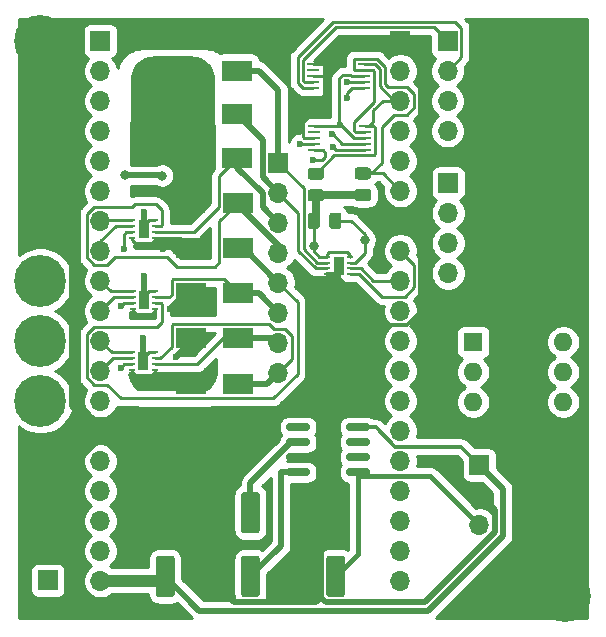
<source format=gbr>
%TF.GenerationSoftware,KiCad,Pcbnew,(5.1.10)-1*%
%TF.CreationDate,2022-01-17T10:12:51+08:00*%
%TF.ProjectId,armband_controller_ver2.0,61726d62-616e-4645-9f63-6f6e74726f6c,rev?*%
%TF.SameCoordinates,PX8a12ae0PY621abf0*%
%TF.FileFunction,Copper,L1,Top*%
%TF.FilePolarity,Positive*%
%FSLAX46Y46*%
G04 Gerber Fmt 4.6, Leading zero omitted, Abs format (unit mm)*
G04 Created by KiCad (PCBNEW (5.1.10)-1) date 2022-01-17 10:12:51*
%MOMM*%
%LPD*%
G01*
G04 APERTURE LIST*
%TA.AperFunction,ComponentPad*%
%ADD10C,4.400000*%
%TD*%
%TA.AperFunction,SMDPad,CuDef*%
%ADD11R,0.500000X0.250000*%
%TD*%
%TA.AperFunction,SMDPad,CuDef*%
%ADD12R,0.900000X1.600000*%
%TD*%
%TA.AperFunction,SMDPad,CuDef*%
%ADD13R,1.100000X0.250000*%
%TD*%
%TA.AperFunction,ComponentPad*%
%ADD14O,1.600000X1.600000*%
%TD*%
%TA.AperFunction,ComponentPad*%
%ADD15R,1.600000X1.600000*%
%TD*%
%TA.AperFunction,ComponentPad*%
%ADD16O,1.700000X1.700000*%
%TD*%
%TA.AperFunction,ComponentPad*%
%ADD17R,1.700000X1.700000*%
%TD*%
%TA.AperFunction,SMDPad,CuDef*%
%ADD18R,2.500000X1.800000*%
%TD*%
%TA.AperFunction,ViaPad*%
%ADD19C,0.600000*%
%TD*%
%TA.AperFunction,ViaPad*%
%ADD20C,0.800000*%
%TD*%
%TA.AperFunction,Conductor*%
%ADD21C,1.000000*%
%TD*%
%TA.AperFunction,Conductor*%
%ADD22C,0.500000*%
%TD*%
%TA.AperFunction,Conductor*%
%ADD23C,0.250000*%
%TD*%
%TA.AperFunction,Conductor*%
%ADD24C,0.300000*%
%TD*%
%TA.AperFunction,Conductor*%
%ADD25C,0.400000*%
%TD*%
%TA.AperFunction,Conductor*%
%ADD26C,0.700000*%
%TD*%
%TA.AperFunction,Conductor*%
%ADD27C,0.254000*%
%TD*%
%TA.AperFunction,Conductor*%
%ADD28C,0.100000*%
%TD*%
G04 APERTURE END LIST*
D10*
%TO.P,H4,1*%
%TO.N,+5V*%
X2540000Y24130000D03*
%TD*%
D11*
%TO.P,U7,6*%
%TO.N,/FBIN3_1*%
X10302200Y22652800D03*
%TO.P,U7,5*%
%TO.N,/FBIN3_0*%
X10302200Y23152800D03*
%TO.P,U7,4*%
%TO.N,GND*%
X12202200Y23152800D03*
%TO.P,U7,2*%
%TO.N,/FBOUT3_0*%
X12202200Y22152800D03*
%TO.P,U7,1*%
%TO.N,+5V*%
X12202200Y21652800D03*
D12*
%TO.P,U7,9*%
%TO.N,GND*%
X11252200Y22402800D03*
D11*
%TO.P,U7,8*%
%TO.N,+5V*%
X10302200Y21652800D03*
%TO.P,U7,7*%
%TO.N,Net-(R3-Pad2)*%
X10302200Y22152800D03*
%TO.P,U7,3*%
%TO.N,/FBOUT3_1*%
X12202200Y22652800D03*
%TD*%
%TO.P,U6,6*%
%TO.N,/FBIN2_1*%
X10353000Y27809000D03*
%TO.P,U6,5*%
%TO.N,/FBIN2_0*%
X10353000Y28309000D03*
%TO.P,U6,4*%
%TO.N,GND*%
X12253000Y28309000D03*
%TO.P,U6,2*%
%TO.N,/FBOUT2_0*%
X12253000Y27309000D03*
%TO.P,U6,1*%
%TO.N,+5V*%
X12253000Y26809000D03*
D12*
%TO.P,U6,9*%
%TO.N,GND*%
X11303000Y27559000D03*
D11*
%TO.P,U6,8*%
%TO.N,+5V*%
X10353000Y26809000D03*
%TO.P,U6,7*%
%TO.N,Net-(R3-Pad2)*%
X10353000Y27309000D03*
%TO.P,U6,3*%
%TO.N,/FBOUT2_1*%
X12253000Y27809000D03*
%TD*%
%TO.P,U5,6*%
%TO.N,/FBIN1_1*%
X10327600Y33828800D03*
%TO.P,U5,5*%
%TO.N,/FBIN1_0*%
X10327600Y34328800D03*
%TO.P,U5,4*%
%TO.N,GND*%
X12227600Y34328800D03*
%TO.P,U5,2*%
%TO.N,/FBOUT1_0*%
X12227600Y33328800D03*
%TO.P,U5,1*%
%TO.N,+5V*%
X12227600Y32828800D03*
D12*
%TO.P,U5,9*%
%TO.N,GND*%
X11277600Y33578800D03*
D11*
%TO.P,U5,8*%
%TO.N,+5V*%
X10327600Y32828800D03*
%TO.P,U5,7*%
%TO.N,Net-(R3-Pad2)*%
X10327600Y33328800D03*
%TO.P,U5,3*%
%TO.N,/FBOUT1_1*%
X12227600Y33828800D03*
%TD*%
%TO.P,U4,6*%
%TO.N,/FBIN0_1*%
X28737600Y30255400D03*
%TO.P,U4,5*%
%TO.N,/FBIN0_0*%
X28737600Y29755400D03*
%TO.P,U4,4*%
%TO.N,GND*%
X26837600Y29755400D03*
%TO.P,U4,2*%
%TO.N,/FBOUT0_0*%
X26837600Y30755400D03*
%TO.P,U4,1*%
%TO.N,+5V*%
X26837600Y31255400D03*
D12*
%TO.P,U4,9*%
%TO.N,GND*%
X27787600Y30505400D03*
D11*
%TO.P,U4,8*%
%TO.N,+5V*%
X28737600Y31255400D03*
%TO.P,U4,7*%
%TO.N,Net-(R3-Pad2)*%
X28737600Y30755400D03*
%TO.P,U4,3*%
%TO.N,/FBOUT0_1*%
X26837600Y30255400D03*
%TD*%
D13*
%TO.P,U3,10*%
%TO.N,/SCL*%
X29988400Y42300400D03*
%TO.P,U3,9*%
%TO.N,/SDA*%
X29988400Y41800400D03*
%TO.P,U3,8*%
%TO.N,+5V*%
X29988400Y41300400D03*
%TO.P,U3,7*%
%TO.N,Net-(J6-Pad4)*%
X29988400Y40800400D03*
%TO.P,U3,6*%
%TO.N,Net-(J6-Pad3)*%
X29988400Y40300400D03*
%TO.P,U3,5*%
%TO.N,Net-(J6-Pad2)*%
X25688400Y40300400D03*
%TO.P,U3,4*%
%TO.N,Net-(J6-Pad1)*%
X25688400Y40800400D03*
%TO.P,U3,3*%
%TO.N,GND*%
X25688400Y41300400D03*
%TO.P,U3,2*%
%TO.N,N/C*%
X25688400Y41800400D03*
%TO.P,U3,1*%
%TO.N,+5V*%
X25688400Y42300400D03*
%TD*%
%TO.P,U2,10*%
%TO.N,/SCL*%
X29937600Y47558200D03*
%TO.P,U2,9*%
%TO.N,/SDA*%
X29937600Y47058200D03*
%TO.P,U2,8*%
%TO.N,+5V*%
X29937600Y46558200D03*
%TO.P,U2,7*%
%TO.N,Net-(J5-Pad4)*%
X29937600Y46058200D03*
%TO.P,U2,6*%
%TO.N,Net-(J5-Pad3)*%
X29937600Y45558200D03*
%TO.P,U2,5*%
%TO.N,Net-(J5-Pad2)*%
X25637600Y45558200D03*
%TO.P,U2,4*%
%TO.N,Net-(J5-Pad1)*%
X25637600Y46058200D03*
%TO.P,U2,3*%
%TO.N,GND*%
X25637600Y46558200D03*
%TO.P,U2,2*%
%TO.N,N/C*%
X25637600Y47058200D03*
%TO.P,U2,1*%
%TO.N,GND*%
X25637600Y47558200D03*
%TD*%
%TO.P,U1,8*%
%TO.N,+5V*%
%TA.AperFunction,SMDPad,CuDef*%
G36*
G01*
X28448600Y16652300D02*
X28448600Y16977300D01*
G75*
G02*
X28611100Y17139800I162500J0D01*
G01*
X30261100Y17139800D01*
G75*
G02*
X30423600Y16977300I0J-162500D01*
G01*
X30423600Y16652300D01*
G75*
G02*
X30261100Y16489800I-162500J0D01*
G01*
X28611100Y16489800D01*
G75*
G02*
X28448600Y16652300I0J162500D01*
G01*
G37*
%TD.AperFunction*%
%TO.P,U1,7*%
%TO.N,N/C*%
%TA.AperFunction,SMDPad,CuDef*%
G36*
G01*
X28448600Y15382300D02*
X28448600Y15707300D01*
G75*
G02*
X28611100Y15869800I162500J0D01*
G01*
X30261100Y15869800D01*
G75*
G02*
X30423600Y15707300I0J-162500D01*
G01*
X30423600Y15382300D01*
G75*
G02*
X30261100Y15219800I-162500J0D01*
G01*
X28611100Y15219800D01*
G75*
G02*
X28448600Y15382300I0J162500D01*
G01*
G37*
%TD.AperFunction*%
%TO.P,U1,6*%
%TA.AperFunction,SMDPad,CuDef*%
G36*
G01*
X28448600Y14112300D02*
X28448600Y14437300D01*
G75*
G02*
X28611100Y14599800I162500J0D01*
G01*
X30261100Y14599800D01*
G75*
G02*
X30423600Y14437300I0J-162500D01*
G01*
X30423600Y14112300D01*
G75*
G02*
X30261100Y13949800I-162500J0D01*
G01*
X28611100Y13949800D01*
G75*
G02*
X28448600Y14112300I0J162500D01*
G01*
G37*
%TD.AperFunction*%
%TO.P,U1,5*%
%TO.N,-VDC*%
%TA.AperFunction,SMDPad,CuDef*%
G36*
G01*
X28448600Y12842300D02*
X28448600Y13167300D01*
G75*
G02*
X28611100Y13329800I162500J0D01*
G01*
X30261100Y13329800D01*
G75*
G02*
X30423600Y13167300I0J-162500D01*
G01*
X30423600Y12842300D01*
G75*
G02*
X30261100Y12679800I-162500J0D01*
G01*
X28611100Y12679800D01*
G75*
G02*
X28448600Y12842300I0J162500D01*
G01*
G37*
%TD.AperFunction*%
%TO.P,U1,4*%
%TO.N,Net-(C2-Pad2)*%
%TA.AperFunction,SMDPad,CuDef*%
G36*
G01*
X23373600Y12842300D02*
X23373600Y13167300D01*
G75*
G02*
X23536100Y13329800I162500J0D01*
G01*
X25186100Y13329800D01*
G75*
G02*
X25348600Y13167300I0J-162500D01*
G01*
X25348600Y12842300D01*
G75*
G02*
X25186100Y12679800I-162500J0D01*
G01*
X23536100Y12679800D01*
G75*
G02*
X23373600Y12842300I0J162500D01*
G01*
G37*
%TD.AperFunction*%
%TO.P,U1,3*%
%TO.N,GND*%
%TA.AperFunction,SMDPad,CuDef*%
G36*
G01*
X23373600Y14112300D02*
X23373600Y14437300D01*
G75*
G02*
X23536100Y14599800I162500J0D01*
G01*
X25186100Y14599800D01*
G75*
G02*
X25348600Y14437300I0J-162500D01*
G01*
X25348600Y14112300D01*
G75*
G02*
X25186100Y13949800I-162500J0D01*
G01*
X23536100Y13949800D01*
G75*
G02*
X23373600Y14112300I0J162500D01*
G01*
G37*
%TD.AperFunction*%
%TO.P,U1,2*%
%TO.N,Net-(C2-Pad1)*%
%TA.AperFunction,SMDPad,CuDef*%
G36*
G01*
X23373600Y15382300D02*
X23373600Y15707300D01*
G75*
G02*
X23536100Y15869800I162500J0D01*
G01*
X25186100Y15869800D01*
G75*
G02*
X25348600Y15707300I0J-162500D01*
G01*
X25348600Y15382300D01*
G75*
G02*
X25186100Y15219800I-162500J0D01*
G01*
X23536100Y15219800D01*
G75*
G02*
X23373600Y15382300I0J162500D01*
G01*
G37*
%TD.AperFunction*%
%TO.P,U1,1*%
%TO.N,N/C*%
%TA.AperFunction,SMDPad,CuDef*%
G36*
G01*
X23373600Y16652300D02*
X23373600Y16977300D01*
G75*
G02*
X23536100Y17139800I162500J0D01*
G01*
X25186100Y17139800D01*
G75*
G02*
X25348600Y16977300I0J-162500D01*
G01*
X25348600Y16652300D01*
G75*
G02*
X25186100Y16489800I-162500J0D01*
G01*
X23536100Y16489800D01*
G75*
G02*
X23373600Y16652300I0J162500D01*
G01*
G37*
%TD.AperFunction*%
%TD*%
D14*
%TO.P,SW1,6*%
%TO.N,+5V*%
X46812200Y24028400D03*
%TO.P,SW1,3*%
%TO.N,Net-(R6-Pad1)*%
X39192200Y18948400D03*
%TO.P,SW1,5*%
%TO.N,+5V*%
X46812200Y21488400D03*
%TO.P,SW1,2*%
%TO.N,Net-(R5-Pad1)*%
X39192200Y21488400D03*
%TO.P,SW1,4*%
%TO.N,+5V*%
X46812200Y18948400D03*
D15*
%TO.P,SW1,1*%
%TO.N,Net-(R4-Pad1)*%
X39192200Y24028400D03*
%TD*%
%TO.P,R3,2*%
%TO.N,Net-(R3-Pad2)*%
%TA.AperFunction,SMDPad,CuDef*%
G36*
G01*
X26993800Y33839998D02*
X26993800Y34740002D01*
G75*
G02*
X27243798Y34990000I249998J0D01*
G01*
X27768802Y34990000D01*
G75*
G02*
X28018800Y34740002I0J-249998D01*
G01*
X28018800Y33839998D01*
G75*
G02*
X27768802Y33590000I-249998J0D01*
G01*
X27243798Y33590000D01*
G75*
G02*
X26993800Y33839998I0J249998D01*
G01*
G37*
%TD.AperFunction*%
%TO.P,R3,1*%
%TO.N,+5V*%
%TA.AperFunction,SMDPad,CuDef*%
G36*
G01*
X25168800Y33839998D02*
X25168800Y34740002D01*
G75*
G02*
X25418798Y34990000I249998J0D01*
G01*
X25943802Y34990000D01*
G75*
G02*
X26193800Y34740002I0J-249998D01*
G01*
X26193800Y33839998D01*
G75*
G02*
X25943802Y33590000I-249998J0D01*
G01*
X25418798Y33590000D01*
G75*
G02*
X25168800Y33839998I0J249998D01*
G01*
G37*
%TD.AperFunction*%
%TD*%
%TO.P,R2,2*%
%TO.N,/SDA*%
%TA.AperFunction,SMDPad,CuDef*%
G36*
G01*
X30295002Y37788800D02*
X29394998Y37788800D01*
G75*
G02*
X29145000Y38038798I0J249998D01*
G01*
X29145000Y38563802D01*
G75*
G02*
X29394998Y38813800I249998J0D01*
G01*
X30295002Y38813800D01*
G75*
G02*
X30545000Y38563802I0J-249998D01*
G01*
X30545000Y38038798D01*
G75*
G02*
X30295002Y37788800I-249998J0D01*
G01*
G37*
%TD.AperFunction*%
%TO.P,R2,1*%
%TO.N,+5V*%
%TA.AperFunction,SMDPad,CuDef*%
G36*
G01*
X30295002Y35963800D02*
X29394998Y35963800D01*
G75*
G02*
X29145000Y36213798I0J249998D01*
G01*
X29145000Y36738802D01*
G75*
G02*
X29394998Y36988800I249998J0D01*
G01*
X30295002Y36988800D01*
G75*
G02*
X30545000Y36738802I0J-249998D01*
G01*
X30545000Y36213798D01*
G75*
G02*
X30295002Y35963800I-249998J0D01*
G01*
G37*
%TD.AperFunction*%
%TD*%
%TO.P,R1,2*%
%TO.N,/SCL*%
%TA.AperFunction,SMDPad,CuDef*%
G36*
G01*
X26307202Y37763400D02*
X25407198Y37763400D01*
G75*
G02*
X25157200Y38013398I0J249998D01*
G01*
X25157200Y38538402D01*
G75*
G02*
X25407198Y38788400I249998J0D01*
G01*
X26307202Y38788400D01*
G75*
G02*
X26557200Y38538402I0J-249998D01*
G01*
X26557200Y38013398D01*
G75*
G02*
X26307202Y37763400I-249998J0D01*
G01*
G37*
%TD.AperFunction*%
%TO.P,R1,1*%
%TO.N,+5V*%
%TA.AperFunction,SMDPad,CuDef*%
G36*
G01*
X26307202Y35938400D02*
X25407198Y35938400D01*
G75*
G02*
X25157200Y36188398I0J249998D01*
G01*
X25157200Y36713402D01*
G75*
G02*
X25407198Y36963400I249998J0D01*
G01*
X26307202Y36963400D01*
G75*
G02*
X26557200Y36713402I0J-249998D01*
G01*
X26557200Y36188398D01*
G75*
G02*
X26307202Y35938400I-249998J0D01*
G01*
G37*
%TD.AperFunction*%
%TD*%
D16*
%TO.P,J7,8*%
%TO.N,/FBOUT3_1*%
X22682200Y21437600D03*
%TO.P,J7,7*%
%TO.N,/FBOUT3_0*%
X22682200Y23977600D03*
%TO.P,J7,6*%
%TO.N,/FBOUT2_1*%
X22682200Y26517600D03*
%TO.P,J7,5*%
%TO.N,/FBOUT2_0*%
X22682200Y29057600D03*
%TO.P,J7,4*%
%TO.N,/FBOUT1_1*%
X22682200Y31597600D03*
%TO.P,J7,3*%
%TO.N,/FBOUT1_0*%
X22682200Y34137600D03*
%TO.P,J7,2*%
%TO.N,/FBOUT0_1*%
X22682200Y36677600D03*
D17*
%TO.P,J7,1*%
%TO.N,/FBOUT0_0*%
X22682200Y39217600D03*
%TD*%
D16*
%TO.P,J6,4*%
%TO.N,Net-(J6-Pad4)*%
X37058600Y29870400D03*
%TO.P,J6,3*%
%TO.N,Net-(J6-Pad3)*%
X37058600Y32410400D03*
%TO.P,J6,2*%
%TO.N,Net-(J6-Pad2)*%
X37058600Y34950400D03*
D17*
%TO.P,J6,1*%
%TO.N,Net-(J6-Pad1)*%
X37058600Y37490400D03*
%TD*%
D16*
%TO.P,J5,4*%
%TO.N,Net-(J5-Pad4)*%
X37007800Y41910000D03*
%TO.P,J5,3*%
%TO.N,Net-(J5-Pad3)*%
X37007800Y44450000D03*
%TO.P,J5,2*%
%TO.N,Net-(J5-Pad2)*%
X37007800Y46990000D03*
D17*
%TO.P,J5,1*%
%TO.N,Net-(J5-Pad1)*%
X37007800Y49530000D03*
%TD*%
D16*
%TO.P,J4,19*%
%TO.N,N/C*%
X33020000Y3810000D03*
%TO.P,J4,18*%
X33020000Y6350000D03*
%TO.P,J4,17*%
X33020000Y8890000D03*
%TO.P,J4,16*%
X33020000Y11430000D03*
%TO.P,J4,15*%
X33020000Y13970000D03*
%TO.P,J4,14*%
X33020000Y16510000D03*
%TO.P,J4,13*%
%TO.N,Net-(J4-Pad13)*%
X33020000Y19050000D03*
%TO.P,J4,12*%
%TO.N,Net-(J4-Pad12)*%
X33020000Y21590000D03*
%TO.P,J4,11*%
%TO.N,Net-(J4-Pad11)*%
X33020000Y24130000D03*
%TO.P,J4,10*%
%TO.N,N/C*%
X33020000Y26670000D03*
%TO.P,J4,9*%
%TO.N,/FBIN0_1*%
X33020000Y29210000D03*
%TO.P,J4,8*%
%TO.N,/FBIN0_0*%
X33020000Y31750000D03*
%TO.P,J4,7*%
%TO.N,GND*%
X33020000Y34290000D03*
%TO.P,J4,6*%
%TO.N,/SDA*%
X33020000Y36830000D03*
%TO.P,J4,5*%
%TO.N,N/C*%
X33020000Y39370000D03*
%TO.P,J4,4*%
X33020000Y41910000D03*
%TO.P,J4,3*%
%TO.N,/SCL*%
X33020000Y44450000D03*
%TO.P,J4,2*%
%TO.N,N/C*%
X33020000Y46990000D03*
D17*
%TO.P,J4,1*%
%TO.N,GND*%
X33020000Y49530000D03*
%TD*%
D16*
%TO.P,J3,19*%
%TO.N,+5V*%
X7620000Y3810000D03*
%TO.P,J3,18*%
%TO.N,N/C*%
X7620000Y6350000D03*
%TO.P,J3,17*%
X7620000Y8890000D03*
%TO.P,J3,16*%
X7620000Y11430000D03*
%TO.P,J3,15*%
X7620000Y13970000D03*
%TO.P,J3,14*%
%TO.N,GND*%
X7620000Y16510000D03*
%TO.P,J3,13*%
%TO.N,N/C*%
X7620000Y19050000D03*
%TO.P,J3,12*%
%TO.N,/FBIN3_1*%
X7620000Y21590000D03*
%TO.P,J3,11*%
%TO.N,/FBIN3_0*%
X7620000Y24130000D03*
%TO.P,J3,10*%
%TO.N,/FBIN2_1*%
X7620000Y26670000D03*
%TO.P,J3,9*%
%TO.N,/FBIN2_0*%
X7620000Y29210000D03*
%TO.P,J3,8*%
%TO.N,/FBIN1_1*%
X7620000Y31750000D03*
%TO.P,J3,7*%
%TO.N,/FBIN1_0*%
X7620000Y34290000D03*
%TO.P,J3,6*%
%TO.N,N/C*%
X7620000Y36830000D03*
%TO.P,J3,5*%
X7620000Y39370000D03*
%TO.P,J3,4*%
X7620000Y41910000D03*
%TO.P,J3,3*%
X7620000Y44450000D03*
%TO.P,J3,2*%
X7620000Y46990000D03*
D17*
%TO.P,J3,1*%
X7620000Y49530000D03*
%TD*%
D16*
%TO.P,J2,3*%
%TO.N,-VDC*%
X39700200Y8534400D03*
%TO.P,J2,2*%
%TO.N,GND*%
X39700200Y11074400D03*
D17*
%TO.P,J2,1*%
%TO.N,+5V*%
X39700200Y13614400D03*
%TD*%
D16*
%TO.P,J1,2*%
%TO.N,GND*%
X3175000Y6400800D03*
D17*
%TO.P,J1,1*%
%TO.N,+5V*%
X3175000Y3860800D03*
%TD*%
D10*
%TO.P,H5,1*%
%TO.N,+5V*%
X2540000Y19050000D03*
%TD*%
%TO.P,H3,1*%
%TO.N,+5V*%
X2540000Y29210000D03*
%TD*%
%TO.P,H2,1*%
%TO.N,GND*%
X46990000Y2540000D03*
%TD*%
%TO.P,H1,1*%
%TO.N,GND*%
X2540000Y49530000D03*
%TD*%
D18*
%TO.P,D8,2*%
%TO.N,/FBOUT3_1*%
X19297400Y20497800D03*
%TO.P,D8,1*%
%TO.N,+5V*%
X15297400Y20497800D03*
%TD*%
%TO.P,D7,2*%
%TO.N,/FBOUT3_0*%
X19272000Y24333200D03*
%TO.P,D7,1*%
%TO.N,+5V*%
X15272000Y24333200D03*
%TD*%
%TO.P,D6,2*%
%TO.N,/FBOUT2_1*%
X19272000Y28143200D03*
%TO.P,D6,1*%
%TO.N,+5V*%
X15272000Y28143200D03*
%TD*%
%TO.P,D5,2*%
%TO.N,/FBOUT2_0*%
X19272000Y31953200D03*
%TO.P,D5,1*%
%TO.N,+5V*%
X15272000Y31953200D03*
%TD*%
%TO.P,D4,2*%
%TO.N,/FBOUT1_1*%
X19246600Y35788600D03*
%TO.P,D4,1*%
%TO.N,+5V*%
X15246600Y35788600D03*
%TD*%
%TO.P,D3,2*%
%TO.N,/FBOUT1_0*%
X19221200Y39598600D03*
%TO.P,D3,1*%
%TO.N,+5V*%
X15221200Y39598600D03*
%TD*%
%TO.P,D2,2*%
%TO.N,/FBOUT0_1*%
X19221200Y43307000D03*
%TO.P,D2,1*%
%TO.N,+5V*%
X15221200Y43307000D03*
%TD*%
%TO.P,D1,2*%
%TO.N,/FBOUT0_0*%
X19221200Y47015400D03*
%TO.P,D1,1*%
%TO.N,+5V*%
X15221200Y47015400D03*
%TD*%
%TO.P,C3,2*%
%TO.N,-VDC*%
%TA.AperFunction,SMDPad,CuDef*%
G36*
G01*
X26983600Y5933400D02*
X28083600Y5933400D01*
G75*
G02*
X28333600Y5683400I0J-250000D01*
G01*
X28333600Y2683400D01*
G75*
G02*
X28083600Y2433400I-250000J0D01*
G01*
X26983600Y2433400D01*
G75*
G02*
X26733600Y2683400I0J250000D01*
G01*
X26733600Y5683400D01*
G75*
G02*
X26983600Y5933400I250000J0D01*
G01*
G37*
%TD.AperFunction*%
%TO.P,C3,1*%
%TO.N,GND*%
%TA.AperFunction,SMDPad,CuDef*%
G36*
G01*
X26983600Y11333400D02*
X28083600Y11333400D01*
G75*
G02*
X28333600Y11083400I0J-250000D01*
G01*
X28333600Y8083400D01*
G75*
G02*
X28083600Y7833400I-250000J0D01*
G01*
X26983600Y7833400D01*
G75*
G02*
X26733600Y8083400I0J250000D01*
G01*
X26733600Y11083400D01*
G75*
G02*
X26983600Y11333400I250000J0D01*
G01*
G37*
%TD.AperFunction*%
%TD*%
%TO.P,C2,2*%
%TO.N,Net-(C2-Pad2)*%
%TA.AperFunction,SMDPad,CuDef*%
G36*
G01*
X19770000Y5933400D02*
X20870000Y5933400D01*
G75*
G02*
X21120000Y5683400I0J-250000D01*
G01*
X21120000Y2683400D01*
G75*
G02*
X20870000Y2433400I-250000J0D01*
G01*
X19770000Y2433400D01*
G75*
G02*
X19520000Y2683400I0J250000D01*
G01*
X19520000Y5683400D01*
G75*
G02*
X19770000Y5933400I250000J0D01*
G01*
G37*
%TD.AperFunction*%
%TO.P,C2,1*%
%TO.N,Net-(C2-Pad1)*%
%TA.AperFunction,SMDPad,CuDef*%
G36*
G01*
X19770000Y11333400D02*
X20870000Y11333400D01*
G75*
G02*
X21120000Y11083400I0J-250000D01*
G01*
X21120000Y8083400D01*
G75*
G02*
X20870000Y7833400I-250000J0D01*
G01*
X19770000Y7833400D01*
G75*
G02*
X19520000Y8083400I0J250000D01*
G01*
X19520000Y11083400D01*
G75*
G02*
X19770000Y11333400I250000J0D01*
G01*
G37*
%TD.AperFunction*%
%TD*%
%TO.P,C1,2*%
%TO.N,GND*%
%TA.AperFunction,SMDPad,CuDef*%
G36*
G01*
X13656400Y7833400D02*
X12556400Y7833400D01*
G75*
G02*
X12306400Y8083400I0J250000D01*
G01*
X12306400Y11083400D01*
G75*
G02*
X12556400Y11333400I250000J0D01*
G01*
X13656400Y11333400D01*
G75*
G02*
X13906400Y11083400I0J-250000D01*
G01*
X13906400Y8083400D01*
G75*
G02*
X13656400Y7833400I-250000J0D01*
G01*
G37*
%TD.AperFunction*%
%TO.P,C1,1*%
%TO.N,+5V*%
%TA.AperFunction,SMDPad,CuDef*%
G36*
G01*
X13656400Y2433400D02*
X12556400Y2433400D01*
G75*
G02*
X12306400Y2683400I0J250000D01*
G01*
X12306400Y5683400D01*
G75*
G02*
X12556400Y5933400I250000J0D01*
G01*
X13656400Y5933400D01*
G75*
G02*
X13906400Y5683400I0J-250000D01*
G01*
X13906400Y2683400D01*
G75*
G02*
X13656400Y2433400I-250000J0D01*
G01*
G37*
%TD.AperFunction*%
%TD*%
D19*
%TO.N,GND*%
X11252200Y24358600D03*
X11277600Y29616400D03*
X11277600Y35052000D03*
D20*
%TO.N,+5V*%
X11480800Y36728400D03*
X11455400Y39624000D03*
X11430000Y47015400D03*
X11430000Y43180000D03*
D19*
X13512800Y26822400D03*
X14020800Y22783800D03*
X12928600Y31902400D03*
X12217400Y20396200D03*
X12192000Y26162000D03*
X27889200Y42418000D03*
D20*
X25681300Y32158300D03*
D19*
%TO.N,Net-(J5-Pad4)*%
X28473400Y46050200D03*
%TO.N,Net-(J5-Pad3)*%
X28473400Y44653200D03*
%TO.N,Net-(J6-Pad4)*%
X27254200Y41605200D03*
%TO.N,Net-(J6-Pad3)*%
X27279600Y40563800D03*
%TO.N,Net-(J6-Pad2)*%
X25628600Y39420800D03*
%TO.N,Net-(J6-Pad1)*%
X24485600Y40792400D03*
D20*
%TO.N,Net-(R3-Pad2)*%
X9702800Y38150800D03*
X12852400Y38125400D03*
D19*
X9321800Y21844000D03*
X9347200Y27051000D03*
X9575800Y31927800D03*
D20*
X29997400Y32689800D03*
%TD*%
D21*
%TO.N,GND*%
X7620000Y16264002D02*
X7620000Y16510000D01*
X3175000Y11819002D02*
X7620000Y16264002D01*
X3175000Y6400800D02*
X3175000Y11819002D01*
X13106400Y11023600D02*
X13106400Y9583400D01*
X7620000Y16510000D02*
X13106400Y11023600D01*
D22*
X26283590Y2393444D02*
X26283590Y8333390D01*
X26693644Y1983390D02*
X26283590Y2393444D01*
X35073192Y1983390D02*
X26693644Y1983390D01*
X41000201Y7910399D02*
X35073192Y1983390D01*
X41000201Y9774399D02*
X41000201Y7910399D01*
X26283590Y8333390D02*
X27533600Y9583400D01*
X39700200Y11074400D02*
X41000201Y9774399D01*
X27533600Y12089800D02*
X27533600Y9583400D01*
X25348600Y14274800D02*
X27533600Y12089800D01*
X24361100Y14274800D02*
X25348600Y14274800D01*
X25873536Y1983390D02*
X26283590Y2393444D01*
X18956410Y1983390D02*
X25873536Y1983390D01*
X13106400Y7833400D02*
X18956410Y1983390D01*
X13106400Y9583400D02*
X13106400Y7833400D01*
D23*
X26397602Y46558200D02*
X25637600Y46558200D01*
X26512601Y46673199D02*
X26397602Y46558200D01*
X26512601Y47483199D02*
X26512601Y46673199D01*
X26437600Y47558200D02*
X26512601Y47483199D01*
X25637600Y47558200D02*
X26437600Y47558200D01*
X28409400Y49530000D02*
X33020000Y49530000D01*
X26437600Y47558200D02*
X28409400Y49530000D01*
X24813399Y41375401D02*
X24888400Y41300400D01*
X24813399Y42685401D02*
X24813399Y41375401D01*
X24888400Y41300400D02*
X25688400Y41300400D01*
X26512601Y44384603D02*
X24813399Y42685401D01*
X26512601Y46483199D02*
X26512601Y44384603D01*
X26437600Y46558200D02*
X26512601Y46483199D01*
X25637600Y46558200D02*
X26437600Y46558200D01*
D22*
X34770011Y36040011D02*
X33020000Y34290000D01*
X34770011Y47779989D02*
X34770011Y36040011D01*
X33020000Y49530000D02*
X34770011Y47779989D01*
D24*
X27787600Y29405400D02*
X27787600Y30505400D01*
X31723001Y25469999D02*
X27787600Y29405400D01*
X33596001Y25469999D02*
X31723001Y25469999D01*
X34670011Y26544009D02*
X33596001Y25469999D01*
X34670011Y32639989D02*
X34670011Y26544009D01*
X33020000Y34290000D02*
X34670011Y32639989D01*
X27787600Y30155400D02*
X27787600Y30505400D01*
X27387600Y29755400D02*
X27787600Y30155400D01*
X26837600Y29755400D02*
X27387600Y29755400D01*
D23*
X11727600Y34328800D02*
X11277600Y33878800D01*
X11277600Y33878800D02*
X11277600Y33578800D01*
X12227600Y34328800D02*
X11727600Y34328800D01*
X11753000Y28309000D02*
X11303000Y27859000D01*
X11303000Y27859000D02*
X11303000Y27559000D01*
X12253000Y28309000D02*
X11753000Y28309000D01*
X11252200Y22662802D02*
X11252200Y22402800D01*
X11742198Y23152800D02*
X11252200Y22662802D01*
X12202200Y23152800D02*
X11742198Y23152800D01*
D25*
X11277600Y27584400D02*
X11303000Y27559000D01*
D22*
X11252200Y22402800D02*
X11252200Y24358600D01*
X11303000Y29591000D02*
X11277600Y29616400D01*
X11303000Y27559000D02*
X11303000Y29591000D01*
D21*
X5440001Y18689999D02*
X7620000Y16510000D01*
X5440001Y46071199D02*
X5440001Y18689999D01*
X2667000Y48844200D02*
X5440001Y46071199D01*
D22*
X11277600Y33578800D02*
X11277600Y34889991D01*
D21*
%TO.N,+5V*%
X12733000Y3810000D02*
X13106400Y4183400D01*
X7620000Y3810000D02*
X12733000Y3810000D01*
D22*
X41700211Y11614389D02*
X39700200Y13614400D01*
X41700211Y7620446D02*
X41700211Y11614389D01*
X35363145Y1283380D02*
X41700211Y7620446D01*
X16006420Y1283380D02*
X35363145Y1283380D01*
X13106400Y4183400D02*
X16006420Y1283380D01*
D24*
X38144599Y15170001D02*
X39700200Y13614400D01*
X32581999Y15170001D02*
X38144599Y15170001D01*
X30937200Y16814800D02*
X32581999Y15170001D01*
X29436100Y16814800D02*
X30937200Y16814800D01*
D23*
X26837600Y31485800D02*
X26837600Y31255400D01*
X26982201Y31630401D02*
X26837600Y31485800D01*
X28497601Y31630401D02*
X26982201Y31630401D01*
X28737600Y31390402D02*
X28497601Y31630401D01*
X28737600Y31255400D02*
X28737600Y31390402D01*
X25681300Y34290000D02*
X25681300Y32158300D01*
X26123200Y31255400D02*
X26837600Y31255400D01*
X25681300Y31697300D02*
X26123200Y31255400D01*
D26*
X29819600Y36450900D02*
X29845000Y36476300D01*
X25857200Y36450900D02*
X29819600Y36450900D01*
X25857200Y34465900D02*
X25681300Y34290000D01*
X25857200Y36450900D02*
X25857200Y34465900D01*
D23*
X29091988Y41300400D02*
X29988400Y41300400D01*
X28091988Y42300400D02*
X29091988Y41300400D01*
X25688400Y42300400D02*
X28091988Y42300400D01*
X27848399Y46350201D02*
X27848399Y42543989D01*
X27848399Y42543989D02*
X27919094Y42473294D01*
X28173399Y46675201D02*
X27848399Y46350201D01*
X28773401Y46675201D02*
X28173399Y46675201D01*
X28890402Y46558200D02*
X28773401Y46675201D01*
X29937600Y46558200D02*
X28890402Y46558200D01*
X27919094Y42473294D02*
X28091988Y42300400D01*
X14396400Y32828800D02*
X15272000Y31953200D01*
X12227600Y32828800D02*
X14396400Y32828800D01*
X11987601Y32453799D02*
X12227600Y32693798D01*
X12227600Y32693798D02*
X12227600Y32828800D01*
X10567599Y32453799D02*
X11987601Y32453799D01*
X10327600Y32693798D02*
X10567599Y32453799D01*
X10327600Y32828800D02*
X10327600Y32693798D01*
X12253000Y26673998D02*
X12253000Y26809000D01*
X12013001Y26433999D02*
X12253000Y26673998D01*
X10592999Y26433999D02*
X12013001Y26433999D01*
X10353000Y26673998D02*
X10592999Y26433999D01*
X10353000Y26809000D02*
X10353000Y26673998D01*
X12202200Y21517798D02*
X12202200Y21652800D01*
X11962201Y21277799D02*
X12202200Y21517798D01*
X10542199Y21277799D02*
X11962201Y21277799D01*
X10302200Y21517798D02*
X10542199Y21277799D01*
X10302200Y21652800D02*
X10302200Y21517798D01*
D24*
X12319000Y20497800D02*
X12217400Y20396200D01*
X15297400Y20497800D02*
X12319000Y20497800D01*
X11423798Y20396200D02*
X10542199Y21277799D01*
X12217400Y20396200D02*
X11423798Y20396200D01*
D23*
X12377201Y32453799D02*
X12928600Y31902400D01*
X11987601Y32453799D02*
X12377201Y32453799D01*
D22*
X15272000Y24035000D02*
X14020800Y22783800D01*
X15272000Y24333200D02*
X15272000Y24035000D01*
X14833600Y28143200D02*
X13512800Y26822400D01*
X15272000Y28143200D02*
X14833600Y28143200D01*
X15094200Y43180000D02*
X15221200Y43307000D01*
X11430000Y43180000D02*
X15094200Y43180000D01*
X15195800Y39624000D02*
X15221200Y39598600D01*
X11455400Y39624000D02*
X15195800Y39624000D01*
X14306800Y36728400D02*
X15246600Y35788600D01*
X11480800Y36728400D02*
X14306800Y36728400D01*
X15221200Y47015400D02*
X11430000Y47015400D01*
D23*
X25681300Y32158300D02*
X25681300Y31697300D01*
X12253000Y26223000D02*
X12192000Y26162000D01*
X12253000Y26809000D02*
X12253000Y26223000D01*
D22*
%TO.N,Net-(C2-Pad2)*%
X24361100Y13004800D02*
X22910800Y13004800D01*
X22910800Y6774200D02*
X20320000Y4183400D01*
X22910800Y13004800D02*
X22910800Y6774200D01*
%TO.N,Net-(C2-Pad1)*%
X23777378Y15544800D02*
X24361100Y15544800D01*
X20320000Y12087422D02*
X23777378Y15544800D01*
X20320000Y9583400D02*
X20320000Y12087422D01*
D25*
%TO.N,-VDC*%
X35554599Y12680001D02*
X39700200Y8534400D01*
X29760899Y12680001D02*
X35554599Y12680001D01*
X29436100Y13004800D02*
X29760899Y12680001D01*
X29436100Y6085900D02*
X27533600Y4183400D01*
X29436100Y13004800D02*
X29436100Y6085900D01*
D23*
%TO.N,/FBOUT0_0*%
X25986790Y30755400D02*
X24832190Y31910000D01*
X26837600Y30755400D02*
X25986790Y30755400D01*
X24832190Y37067610D02*
X22682200Y39217600D01*
X24832190Y31910000D02*
X24832190Y37067610D01*
D22*
X19221200Y47015400D02*
X21031200Y47015400D01*
X22682200Y45364400D02*
X22682200Y39217600D01*
X21031200Y47015400D02*
X22682200Y45364400D01*
D23*
%TO.N,/FBOUT0_1*%
X25850380Y30255400D02*
X24382180Y31723600D01*
X26837600Y30255400D02*
X25850380Y30255400D01*
X24382180Y34977620D02*
X22682200Y36677600D01*
X24382180Y31723600D02*
X24382180Y34977620D01*
D22*
X21382199Y37977601D02*
X22682200Y36677600D01*
X21382199Y41146001D02*
X21382199Y37977601D01*
X19221200Y43307000D02*
X21382199Y41146001D01*
%TO.N,/FBOUT1_0*%
X21382199Y35437601D02*
X22682200Y34137600D01*
X21382199Y36613003D02*
X21382199Y35437601D01*
X19221200Y38774002D02*
X21382199Y36613003D01*
X19221200Y39598600D02*
X19221200Y38774002D01*
D23*
X17671599Y38048999D02*
X19221200Y39598600D01*
X15521802Y33328800D02*
X17671599Y35478597D01*
X17671599Y35478597D02*
X17671599Y38048999D01*
X12227600Y33328800D02*
X15521802Y33328800D01*
D22*
%TO.N,/FBOUT1_1*%
X22682200Y32213598D02*
X22682200Y31597600D01*
X19246600Y35649198D02*
X22682200Y32213598D01*
X19246600Y35788600D02*
X19246600Y35649198D01*
D23*
X12727600Y33828800D02*
X12227600Y33828800D01*
X12802601Y33903801D02*
X12727600Y33828800D01*
X12802601Y35203399D02*
X12802601Y33903801D01*
X12328999Y35677001D02*
X12802601Y35203399D01*
X19246600Y35788600D02*
X17696999Y34238999D01*
X6444999Y34854001D02*
X7055999Y35465001D01*
X17696999Y34238999D02*
X17696999Y30793199D01*
X17696999Y30793199D02*
X17282200Y30378400D01*
X17282200Y30378400D02*
X14111798Y30378400D01*
X6444999Y31185999D02*
X6444999Y34854001D01*
X8857203Y31248201D02*
X8184001Y30574999D01*
X10531001Y35677001D02*
X12328999Y35677001D01*
X8184001Y30574999D02*
X7055999Y30574999D01*
X14111798Y30378400D02*
X13241997Y31248201D01*
X7055999Y35465001D02*
X10319001Y35465001D01*
X7055999Y30574999D02*
X6444999Y31185999D01*
X13241997Y31248201D02*
X8857203Y31248201D01*
X10319001Y35465001D02*
X10531001Y35677001D01*
D22*
%TO.N,/FBOUT2_0*%
X19786600Y31953200D02*
X22682200Y29057600D01*
X19272000Y31953200D02*
X19786600Y31953200D01*
D23*
X24307211Y27432589D02*
X22682200Y29057600D01*
X12253000Y27309000D02*
X12753000Y27309000D01*
X12828001Y27233999D02*
X12828001Y25756601D01*
X12828001Y25756601D02*
X12376401Y25305001D01*
X12376401Y25305001D02*
X7055999Y25305001D01*
X6444999Y24694001D02*
X6444999Y21025999D01*
X6444999Y21025999D02*
X7055999Y20414999D01*
X24307211Y21323609D02*
X24307211Y27432589D01*
X7055999Y20414999D02*
X8184001Y20414999D01*
X12753000Y27309000D02*
X12828001Y27233999D01*
X22256401Y19272799D02*
X24307211Y21323609D01*
X7055999Y25305001D02*
X6444999Y24694001D01*
X8184001Y20414999D02*
X9326201Y19272799D01*
X9326201Y19272799D02*
X22256401Y19272799D01*
D22*
%TO.N,/FBOUT2_1*%
X21056600Y28143200D02*
X22682200Y26517600D01*
X19272000Y28143200D02*
X21056600Y28143200D01*
D23*
X13761999Y29368201D02*
X18046999Y29368201D01*
X13696999Y29303201D02*
X13761999Y29368201D01*
X18046999Y29368201D02*
X19272000Y28143200D01*
X13696999Y28047999D02*
X13696999Y29303201D01*
X13458000Y27809000D02*
X13696999Y28047999D01*
X12253000Y27809000D02*
X13458000Y27809000D01*
D22*
%TO.N,/FBOUT3_0*%
X22326600Y24333200D02*
X22682200Y23977600D01*
X19272000Y24333200D02*
X22326600Y24333200D01*
D23*
X18007002Y24333200D02*
X19272000Y24333200D01*
X15826602Y22152800D02*
X18007002Y24333200D01*
X12202200Y22152800D02*
X15826602Y22152800D01*
D22*
%TO.N,/FBOUT3_1*%
X21742400Y20497800D02*
X22682200Y21437600D01*
X19297400Y20497800D02*
X21742400Y20497800D01*
D23*
X23857201Y22612601D02*
X22682200Y21437600D01*
X23246201Y25152601D02*
X23857201Y24541601D01*
X22308197Y25152601D02*
X23246201Y25152601D01*
X23857201Y24541601D02*
X23857201Y22612601D01*
X13761999Y25558201D02*
X21902597Y25558201D01*
X21902597Y25558201D02*
X22308197Y25152601D01*
X13696999Y25493201D02*
X13761999Y25558201D01*
X13696999Y23647599D02*
X13696999Y25493201D01*
X12702200Y22652800D02*
X13696999Y23647599D01*
X12202200Y22652800D02*
X12702200Y22652800D01*
%TO.N,/FBIN3_1*%
X8682800Y22652800D02*
X7620000Y21590000D01*
X10302200Y22652800D02*
X8682800Y22652800D01*
%TO.N,/FBIN3_0*%
X8597200Y23152800D02*
X7620000Y24130000D01*
X10302200Y23152800D02*
X8597200Y23152800D01*
%TO.N,/FBIN2_1*%
X8759000Y27809000D02*
X7620000Y26670000D01*
X10353000Y27809000D02*
X8759000Y27809000D01*
%TO.N,/FBIN2_0*%
X8521000Y28309000D02*
X7620000Y29210000D01*
X10353000Y28309000D02*
X8521000Y28309000D01*
%TO.N,/FBIN1_1*%
X7620000Y32550998D02*
X7620000Y31750000D01*
X8897802Y33828800D02*
X7620000Y32550998D01*
X10327600Y33828800D02*
X8897802Y33828800D01*
%TO.N,/FBIN1_0*%
X7658800Y34328800D02*
X7620000Y34290000D01*
X10327600Y34328800D02*
X7658800Y34328800D01*
%TO.N,/FBIN0_1*%
X28737600Y30255400D02*
X29664610Y30255400D01*
X30710010Y29210000D02*
X33020000Y29210000D01*
X29664610Y30255400D02*
X30710010Y29210000D01*
%TO.N,/FBIN0_0*%
X28737600Y29755400D02*
X29528200Y29755400D01*
X34195001Y28645999D02*
X34195001Y30574999D01*
X33394003Y27845001D02*
X34195001Y28645999D01*
X34195001Y30574999D02*
X33020000Y31750000D01*
X31438599Y27845001D02*
X33394003Y27845001D01*
X29528200Y29755400D02*
X31438599Y27845001D01*
%TO.N,/SCL*%
X30874010Y47558200D02*
X31262611Y47169599D01*
X29937600Y47558200D02*
X30874010Y47558200D01*
X31262611Y47169599D02*
X31262611Y45699389D01*
X32512000Y44450000D02*
X33020000Y44450000D01*
X31262611Y45699389D02*
X32512000Y44450000D01*
X30734000Y42690800D02*
X30734000Y43669592D01*
X30343600Y42300400D02*
X30734000Y42690800D01*
X29988400Y42300400D02*
X30343600Y42300400D01*
X31514408Y44450000D02*
X33020000Y44450000D01*
X30734000Y43669592D02*
X31514408Y44450000D01*
X30748402Y42300400D02*
X29988400Y42300400D01*
X30863401Y42185401D02*
X30748402Y42300400D01*
X30863401Y39915399D02*
X30863401Y42185401D01*
X30798401Y39850399D02*
X30863401Y39915399D01*
X27431699Y39850399D02*
X30798401Y39850399D01*
X25857200Y38275900D02*
X27431699Y39850399D01*
%TO.N,Net-(J5-Pad4)*%
X28481400Y46058200D02*
X28473400Y46050200D01*
X29937600Y46058200D02*
X28481400Y46058200D01*
%TO.N,Net-(J5-Pad3)*%
X29937600Y45558200D02*
X28906402Y45558200D01*
X28473400Y45125198D02*
X28473400Y44653200D01*
X28906402Y45558200D02*
X28473400Y45125198D01*
%TO.N,Net-(J5-Pad2)*%
X38182801Y50640001D02*
X38182801Y48165001D01*
X37667792Y51155010D02*
X38182801Y50640001D01*
X27337998Y51155010D02*
X37667792Y51155010D01*
X24312590Y48129602D02*
X27337998Y51155010D01*
X38182801Y48165001D02*
X37007800Y46990000D01*
X24312589Y45986799D02*
X24312590Y48129602D01*
X24741188Y45558200D02*
X24312589Y45986799D01*
X25637600Y45558200D02*
X24741188Y45558200D01*
%TO.N,Net-(J5-Pad1)*%
X35832799Y50705001D02*
X37007800Y49530000D01*
X24762599Y47943201D02*
X27524399Y50705001D01*
X24762599Y46173199D02*
X24762599Y47943201D01*
X27524399Y50705001D02*
X35832799Y50705001D01*
X24877598Y46058200D02*
X24762599Y46173199D01*
X25637600Y46058200D02*
X24877598Y46058200D01*
%TO.N,Net-(J6-Pad4)*%
X27311202Y41605200D02*
X27254200Y41605200D01*
X28116002Y40800400D02*
X27311202Y41605200D01*
X29988400Y40800400D02*
X28116002Y40800400D01*
%TO.N,Net-(J6-Pad3)*%
X27543000Y40300400D02*
X27279600Y40563800D01*
X29988400Y40300400D02*
X27543000Y40300400D01*
%TO.N,Net-(J6-Pad2)*%
X25688400Y40300400D02*
X26425400Y40300400D01*
X26425400Y40300400D02*
X26670000Y40055800D01*
X26670000Y40055800D02*
X26670000Y39725110D01*
X26365690Y39420800D02*
X25628600Y39420800D01*
X26670000Y39725110D02*
X26365690Y39420800D01*
%TO.N,Net-(J6-Pad1)*%
X24493600Y40800400D02*
X24485600Y40792400D01*
X25688400Y40800400D02*
X24493600Y40800400D01*
%TO.N,/SDA*%
X29113399Y41915399D02*
X29228398Y41800400D01*
X29228398Y41800400D02*
X29988400Y41800400D01*
X30812601Y44384603D02*
X29113399Y42685401D01*
X30737600Y47058200D02*
X30812601Y46983199D01*
X29113399Y42685401D02*
X29113399Y41915399D01*
X30812601Y46983199D02*
X30812601Y44384603D01*
X29937600Y47058200D02*
X30737600Y47058200D01*
X31548700Y38301300D02*
X33020000Y36830000D01*
X29845000Y38301300D02*
X31548700Y38301300D01*
X29116400Y47058200D02*
X29937600Y47058200D01*
X29062599Y47112001D02*
X29116400Y47058200D01*
X29062599Y47943201D02*
X29062599Y47112001D01*
X29127599Y48008201D02*
X29062599Y47943201D01*
X31712620Y47356000D02*
X31060419Y48008201D01*
X31712621Y45885789D02*
X31712620Y47356000D01*
X31973409Y45625001D02*
X31712621Y45885789D01*
X34195001Y45014001D02*
X33584001Y45625001D01*
X33584001Y43274999D02*
X34195001Y43885999D01*
X31060419Y48008201D02*
X29127599Y48008201D01*
X32455999Y43274999D02*
X33584001Y43274999D01*
X31419800Y42238800D02*
X32455999Y43274999D01*
X31419800Y39176100D02*
X31419800Y42238800D01*
X34195001Y43885999D02*
X34195001Y45014001D01*
X30545000Y38301300D02*
X31419800Y39176100D01*
X33584001Y45625001D02*
X31973409Y45625001D01*
X29845000Y38301300D02*
X30545000Y38301300D01*
%TO.N,Net-(R3-Pad2)*%
X9575800Y33077000D02*
X9575800Y31927800D01*
X9827600Y33328800D02*
X9575800Y33077000D01*
X10327600Y33328800D02*
X9827600Y33328800D01*
X9605200Y27309000D02*
X9347200Y27051000D01*
X10353000Y27309000D02*
X9605200Y27309000D01*
X9630600Y22152800D02*
X9321800Y21844000D01*
X10302200Y22152800D02*
X9630600Y22152800D01*
X29180600Y30755400D02*
X28737600Y30755400D01*
X29997400Y31572200D02*
X29180600Y30755400D01*
X29997400Y33147000D02*
X29997400Y32689800D01*
X28854400Y34290000D02*
X29997400Y33147000D01*
X27506300Y34290000D02*
X28854400Y34290000D01*
X29997400Y32689800D02*
X29997400Y31572200D01*
D22*
X12827000Y38150800D02*
X12852400Y38125400D01*
X9702800Y38150800D02*
X12827000Y38150800D01*
%TD*%
D27*
%TO.N,+5V*%
X17381109Y21579130D02*
X17363918Y21306412D01*
X17308811Y21043430D01*
X17216637Y20791043D01*
X17089292Y20554446D01*
X16929396Y20338505D01*
X16740248Y20147676D01*
X16587942Y20032799D01*
X10844058Y20032799D01*
X10691752Y20147676D01*
X10502604Y20338505D01*
X10342708Y20554446D01*
X10215363Y20791043D01*
X10123189Y21043430D01*
X10072625Y21284733D01*
X10142780Y21389728D01*
X10203261Y21389728D01*
X10212698Y21358620D01*
X10271663Y21248306D01*
X10351015Y21151615D01*
X10447706Y21072263D01*
X10558020Y21013298D01*
X10677718Y20976988D01*
X10802200Y20964728D01*
X11702200Y20964728D01*
X11826682Y20976988D01*
X11946380Y21013298D01*
X12056694Y21072263D01*
X12153385Y21151615D01*
X12232737Y21248306D01*
X12291702Y21358620D01*
X12301139Y21389728D01*
X12452200Y21389728D01*
X12483392Y21392800D01*
X15789280Y21392800D01*
X15826602Y21389124D01*
X15863924Y21392800D01*
X15863935Y21392800D01*
X15975588Y21403797D01*
X16118849Y21447254D01*
X16250878Y21517826D01*
X16366603Y21612799D01*
X16390406Y21641803D01*
X17371869Y22623265D01*
X17381109Y21579130D01*
%TA.AperFunction,Conductor*%
D28*
G36*
X17381109Y21579130D02*
G01*
X17363918Y21306412D01*
X17308811Y21043430D01*
X17216637Y20791043D01*
X17089292Y20554446D01*
X16929396Y20338505D01*
X16740248Y20147676D01*
X16587942Y20032799D01*
X10844058Y20032799D01*
X10691752Y20147676D01*
X10502604Y20338505D01*
X10342708Y20554446D01*
X10215363Y20791043D01*
X10123189Y21043430D01*
X10072625Y21284733D01*
X10142780Y21389728D01*
X10203261Y21389728D01*
X10212698Y21358620D01*
X10271663Y21248306D01*
X10351015Y21151615D01*
X10447706Y21072263D01*
X10558020Y21013298D01*
X10677718Y20976988D01*
X10802200Y20964728D01*
X11702200Y20964728D01*
X11826682Y20976988D01*
X11946380Y21013298D01*
X12056694Y21072263D01*
X12153385Y21151615D01*
X12232737Y21248306D01*
X12291702Y21358620D01*
X12301139Y21389728D01*
X12452200Y21389728D01*
X12483392Y21392800D01*
X15789280Y21392800D01*
X15826602Y21389124D01*
X15863924Y21392800D01*
X15863935Y21392800D01*
X15975588Y21403797D01*
X16118849Y21447254D01*
X16250878Y21517826D01*
X16366603Y21612799D01*
X16390406Y21641803D01*
X17371869Y22623265D01*
X17381109Y21579130D01*
G37*
%TD.AperFunction*%
D27*
X17353013Y24754013D02*
X15511801Y22912800D01*
X14037002Y22912800D01*
X14208003Y23083801D01*
X14237000Y23107598D01*
X14331973Y23223323D01*
X14402545Y23355352D01*
X14446002Y23498613D01*
X14456999Y23610266D01*
X14456999Y23610275D01*
X14460675Y23647598D01*
X14456999Y23684921D01*
X14456999Y24798201D01*
X17352622Y24798201D01*
X17353013Y24754013D01*
%TA.AperFunction,Conductor*%
D28*
G36*
X17353013Y24754013D02*
G01*
X15511801Y22912800D01*
X14037002Y22912800D01*
X14208003Y23083801D01*
X14237000Y23107598D01*
X14331973Y23223323D01*
X14402545Y23355352D01*
X14446002Y23498613D01*
X14456999Y23610266D01*
X14456999Y23610275D01*
X14460675Y23647598D01*
X14456999Y23684921D01*
X14456999Y24798201D01*
X17352622Y24798201D01*
X17353013Y24754013D01*
G37*
%TD.AperFunction*%
D27*
X10263498Y26514820D02*
X10322463Y26404506D01*
X10401815Y26307815D01*
X10498506Y26228463D01*
X10608820Y26169498D01*
X10728518Y26133188D01*
X10853000Y26120928D01*
X11753000Y26120928D01*
X11877482Y26133188D01*
X11997180Y26169498D01*
X12068002Y26207354D01*
X12068002Y26071403D01*
X12061600Y26065001D01*
X10090589Y26065001D01*
X10094316Y26486183D01*
X10134237Y26545928D01*
X10254061Y26545928D01*
X10263498Y26514820D01*
%TA.AperFunction,Conductor*%
D28*
G36*
X10263498Y26514820D02*
G01*
X10322463Y26404506D01*
X10401815Y26307815D01*
X10498506Y26228463D01*
X10608820Y26169498D01*
X10728518Y26133188D01*
X10853000Y26120928D01*
X11753000Y26120928D01*
X11877482Y26133188D01*
X11997180Y26169498D01*
X12068002Y26207354D01*
X12068002Y26071403D01*
X12061600Y26065001D01*
X10090589Y26065001D01*
X10094316Y26486183D01*
X10134237Y26545928D01*
X10254061Y26545928D01*
X10263498Y26514820D01*
G37*
%TD.AperFunction*%
D27*
X17339170Y26318201D02*
X13799322Y26318201D01*
X13761999Y26321877D01*
X13724677Y26318201D01*
X13724666Y26318201D01*
X13613013Y26307204D01*
X13588001Y26299617D01*
X13588001Y27058127D01*
X13606986Y27059997D01*
X13750247Y27103454D01*
X13882276Y27174026D01*
X13998001Y27268999D01*
X14021804Y27298003D01*
X14207997Y27484196D01*
X14237000Y27507998D01*
X14331973Y27623723D01*
X14402545Y27755752D01*
X14446002Y27899013D01*
X14456999Y28010666D01*
X14456999Y28010667D01*
X14460676Y28047999D01*
X14456999Y28085332D01*
X14456999Y28608201D01*
X17318905Y28608201D01*
X17339170Y26318201D01*
%TA.AperFunction,Conductor*%
D28*
G36*
X17339170Y26318201D02*
G01*
X13799322Y26318201D01*
X13761999Y26321877D01*
X13724677Y26318201D01*
X13724666Y26318201D01*
X13613013Y26307204D01*
X13588001Y26299617D01*
X13588001Y27058127D01*
X13606986Y27059997D01*
X13750247Y27103454D01*
X13882276Y27174026D01*
X13998001Y27268999D01*
X14021804Y27298003D01*
X14207997Y27484196D01*
X14237000Y27507998D01*
X14331973Y27623723D01*
X14402545Y27755752D01*
X14446002Y27899013D01*
X14456999Y28010666D01*
X14456999Y28010667D01*
X14460676Y28047999D01*
X14456999Y28085332D01*
X14456999Y28608201D01*
X17318905Y28608201D01*
X17339170Y26318201D01*
G37*
%TD.AperFunction*%
D27*
X16937000Y31138400D02*
X14426600Y31138400D01*
X13805800Y31759199D01*
X13781998Y31788202D01*
X13666273Y31883175D01*
X13534244Y31953747D01*
X13390983Y31997204D01*
X13279330Y32008201D01*
X13279319Y32008201D01*
X13241997Y32011877D01*
X13204675Y32008201D01*
X10510800Y32008201D01*
X10510800Y32019889D01*
X10474868Y32200529D01*
X10445821Y32270655D01*
X10473106Y32248263D01*
X10583420Y32189298D01*
X10703118Y32152988D01*
X10827600Y32140728D01*
X11727600Y32140728D01*
X11852082Y32152988D01*
X11971780Y32189298D01*
X12082094Y32248263D01*
X12178785Y32327615D01*
X12258137Y32424306D01*
X12317102Y32534620D01*
X12326539Y32565728D01*
X12477600Y32565728D01*
X12508792Y32568800D01*
X15484480Y32568800D01*
X15521802Y32565124D01*
X15559124Y32568800D01*
X15559135Y32568800D01*
X15670788Y32579797D01*
X15814049Y32623254D01*
X15946078Y32693826D01*
X16061803Y32788799D01*
X16085606Y32817803D01*
X16936999Y33669196D01*
X16937000Y31138400D01*
%TA.AperFunction,Conductor*%
D28*
G36*
X16937000Y31138400D02*
G01*
X14426600Y31138400D01*
X13805800Y31759199D01*
X13781998Y31788202D01*
X13666273Y31883175D01*
X13534244Y31953747D01*
X13390983Y31997204D01*
X13279330Y32008201D01*
X13279319Y32008201D01*
X13241997Y32011877D01*
X13204675Y32008201D01*
X10510800Y32008201D01*
X10510800Y32019889D01*
X10474868Y32200529D01*
X10445821Y32270655D01*
X10473106Y32248263D01*
X10583420Y32189298D01*
X10703118Y32152988D01*
X10827600Y32140728D01*
X11727600Y32140728D01*
X11852082Y32152988D01*
X11971780Y32189298D01*
X12082094Y32248263D01*
X12178785Y32327615D01*
X12258137Y32424306D01*
X12317102Y32534620D01*
X12326539Y32565728D01*
X12477600Y32565728D01*
X12508792Y32568800D01*
X15484480Y32568800D01*
X15521802Y32565124D01*
X15559124Y32568800D01*
X15559135Y32568800D01*
X15670788Y32579797D01*
X15814049Y32623254D01*
X15946078Y32693826D01*
X16061803Y32788799D01*
X16085606Y32817803D01*
X16936999Y33669196D01*
X16937000Y31138400D01*
G37*
%TD.AperFunction*%
D27*
X15554640Y48113832D02*
X15814322Y48057670D01*
X16063447Y47965321D01*
X16296991Y47838649D01*
X16510266Y47680194D01*
X16698961Y47493162D01*
X16859292Y47281303D01*
X16988028Y47048885D01*
X17082576Y46800592D01*
X17141036Y46541409D01*
X17162587Y46272070D01*
X17229756Y38681957D01*
X17160597Y38612798D01*
X17131599Y38589000D01*
X17107801Y38560002D01*
X17107800Y38560001D01*
X17036625Y38473275D01*
X16966053Y38341245D01*
X16922597Y38197984D01*
X16907923Y38048999D01*
X16911600Y38011667D01*
X16911599Y35793399D01*
X15207001Y34088800D01*
X13562601Y34088800D01*
X13562601Y35166077D01*
X13566277Y35203400D01*
X13562601Y35240723D01*
X13562601Y35240732D01*
X13551604Y35352385D01*
X13508147Y35495646D01*
X13437575Y35627675D01*
X13342602Y35743400D01*
X13313599Y35767202D01*
X12892803Y36187998D01*
X12869000Y36217002D01*
X12753275Y36311975D01*
X12621246Y36382547D01*
X12477985Y36426004D01*
X12366332Y36437001D01*
X12366321Y36437001D01*
X12328999Y36440677D01*
X12291677Y36437001D01*
X10568323Y36437001D01*
X10531000Y36440677D01*
X10493677Y36437001D01*
X10493668Y36437001D01*
X10382015Y36426004D01*
X10238754Y36382547D01*
X10181625Y36352010D01*
X10189413Y37232086D01*
X10193056Y37233595D01*
X10241254Y37265800D01*
X12275932Y37265800D01*
X12362144Y37208195D01*
X12550502Y37130174D01*
X12750461Y37090400D01*
X12954339Y37090400D01*
X13154298Y37130174D01*
X13342656Y37208195D01*
X13512174Y37321463D01*
X13656337Y37465626D01*
X13769605Y37635144D01*
X13847626Y37823502D01*
X13887400Y38023461D01*
X13887400Y38227339D01*
X13847626Y38427298D01*
X13769605Y38615656D01*
X13656337Y38785174D01*
X13512174Y38929337D01*
X13342656Y39042605D01*
X13154298Y39120626D01*
X12954339Y39160400D01*
X12750461Y39160400D01*
X12550502Y39120626D01*
X12362144Y39042605D01*
X12351960Y39035800D01*
X10241254Y39035800D01*
X10205586Y39059633D01*
X10269413Y46272070D01*
X10290964Y46541409D01*
X10349424Y46800592D01*
X10443972Y47048885D01*
X10572708Y47281303D01*
X10733039Y47493162D01*
X10921734Y47680194D01*
X11135009Y47838649D01*
X11368553Y47965321D01*
X11617678Y48057670D01*
X11877360Y48113832D01*
X12146888Y48133000D01*
X15285112Y48133000D01*
X15554640Y48113832D01*
%TA.AperFunction,Conductor*%
D28*
G36*
X15554640Y48113832D02*
G01*
X15814322Y48057670D01*
X16063447Y47965321D01*
X16296991Y47838649D01*
X16510266Y47680194D01*
X16698961Y47493162D01*
X16859292Y47281303D01*
X16988028Y47048885D01*
X17082576Y46800592D01*
X17141036Y46541409D01*
X17162587Y46272070D01*
X17229756Y38681957D01*
X17160597Y38612798D01*
X17131599Y38589000D01*
X17107801Y38560002D01*
X17107800Y38560001D01*
X17036625Y38473275D01*
X16966053Y38341245D01*
X16922597Y38197984D01*
X16907923Y38048999D01*
X16911600Y38011667D01*
X16911599Y35793399D01*
X15207001Y34088800D01*
X13562601Y34088800D01*
X13562601Y35166077D01*
X13566277Y35203400D01*
X13562601Y35240723D01*
X13562601Y35240732D01*
X13551604Y35352385D01*
X13508147Y35495646D01*
X13437575Y35627675D01*
X13342602Y35743400D01*
X13313599Y35767202D01*
X12892803Y36187998D01*
X12869000Y36217002D01*
X12753275Y36311975D01*
X12621246Y36382547D01*
X12477985Y36426004D01*
X12366332Y36437001D01*
X12366321Y36437001D01*
X12328999Y36440677D01*
X12291677Y36437001D01*
X10568323Y36437001D01*
X10531000Y36440677D01*
X10493677Y36437001D01*
X10493668Y36437001D01*
X10382015Y36426004D01*
X10238754Y36382547D01*
X10181625Y36352010D01*
X10189413Y37232086D01*
X10193056Y37233595D01*
X10241254Y37265800D01*
X12275932Y37265800D01*
X12362144Y37208195D01*
X12550502Y37130174D01*
X12750461Y37090400D01*
X12954339Y37090400D01*
X13154298Y37130174D01*
X13342656Y37208195D01*
X13512174Y37321463D01*
X13656337Y37465626D01*
X13769605Y37635144D01*
X13847626Y37823502D01*
X13887400Y38023461D01*
X13887400Y38227339D01*
X13847626Y38427298D01*
X13769605Y38615656D01*
X13656337Y38785174D01*
X13512174Y38929337D01*
X13342656Y39042605D01*
X13154298Y39120626D01*
X12954339Y39160400D01*
X12750461Y39160400D01*
X12550502Y39120626D01*
X12362144Y39042605D01*
X12351960Y39035800D01*
X10241254Y39035800D01*
X10205586Y39059633D01*
X10269413Y46272070D01*
X10290964Y46541409D01*
X10349424Y46800592D01*
X10443972Y47048885D01*
X10572708Y47281303D01*
X10733039Y47493162D01*
X10921734Y47680194D01*
X11135009Y47838649D01*
X11368553Y47965321D01*
X11617678Y48057670D01*
X11877360Y48113832D01*
X12146888Y48133000D01*
X15285112Y48133000D01*
X15554640Y48113832D01*
G37*
%TD.AperFunction*%
%TD*%
D27*
%TO.N,GND*%
X23801588Y48693401D02*
X23772590Y48669603D01*
X23748792Y48640605D01*
X23748791Y48640604D01*
X23677616Y48553878D01*
X23607044Y48421848D01*
X23563588Y48278587D01*
X23548914Y48129602D01*
X23552591Y48092270D01*
X23552589Y46024122D01*
X23548913Y45986799D01*
X23552589Y45949477D01*
X23552589Y45949467D01*
X23563586Y45837814D01*
X23594227Y45736804D01*
X23607043Y45694553D01*
X23677615Y45562523D01*
X23733522Y45494401D01*
X23772588Y45446799D01*
X23801586Y45423001D01*
X24177384Y45047203D01*
X24201187Y45018199D01*
X24286235Y44948402D01*
X24316912Y44923226D01*
X24448941Y44852654D01*
X24592202Y44809197D01*
X24741188Y44794523D01*
X24778521Y44798200D01*
X25056408Y44798200D01*
X25087600Y44795128D01*
X26187600Y44795128D01*
X26312082Y44807388D01*
X26431780Y44843698D01*
X26542094Y44902663D01*
X26638785Y44982015D01*
X26718137Y45078706D01*
X26777102Y45189020D01*
X26813412Y45308718D01*
X26825672Y45433200D01*
X26825672Y45683200D01*
X26813412Y45807682D01*
X26813255Y45808200D01*
X26813412Y45808718D01*
X26825672Y45933200D01*
X26825672Y46183200D01*
X26813412Y46307682D01*
X26777102Y46427380D01*
X26718137Y46537694D01*
X26701308Y46558200D01*
X26718137Y46578706D01*
X26777102Y46689020D01*
X26813412Y46808718D01*
X26825672Y46933200D01*
X26825672Y47183200D01*
X26813412Y47307682D01*
X26777102Y47427380D01*
X26718137Y47537694D01*
X26638785Y47634385D01*
X26542094Y47713737D01*
X26431780Y47772702D01*
X26312082Y47809012D01*
X26187600Y47821272D01*
X25715471Y47821272D01*
X27839201Y49945001D01*
X35517998Y49945001D01*
X35519728Y49943271D01*
X35519728Y48680000D01*
X35531988Y48555518D01*
X35568298Y48435820D01*
X35627263Y48325506D01*
X35706615Y48228815D01*
X35803306Y48149463D01*
X35913620Y48090498D01*
X35986180Y48068487D01*
X35854325Y47936632D01*
X35691810Y47693411D01*
X35579868Y47423158D01*
X35522800Y47136260D01*
X35522800Y46843740D01*
X35579868Y46556842D01*
X35691810Y46286589D01*
X35854325Y46043368D01*
X36061168Y45836525D01*
X36235560Y45720000D01*
X36061168Y45603475D01*
X35854325Y45396632D01*
X35691810Y45153411D01*
X35579868Y44883158D01*
X35522800Y44596260D01*
X35522800Y44303740D01*
X35579868Y44016842D01*
X35691810Y43746589D01*
X35854325Y43503368D01*
X36061168Y43296525D01*
X36235560Y43180000D01*
X36061168Y43063475D01*
X35854325Y42856632D01*
X35691810Y42613411D01*
X35579868Y42343158D01*
X35522800Y42056260D01*
X35522800Y41763740D01*
X35579868Y41476842D01*
X35691810Y41206589D01*
X35854325Y40963368D01*
X36061168Y40756525D01*
X36304389Y40594010D01*
X36574642Y40482068D01*
X36861540Y40425000D01*
X37154060Y40425000D01*
X37440958Y40482068D01*
X37711211Y40594010D01*
X37954432Y40756525D01*
X38161275Y40963368D01*
X38323790Y41206589D01*
X38435732Y41476842D01*
X38492800Y41763740D01*
X38492800Y42056260D01*
X38435732Y42343158D01*
X38323790Y42613411D01*
X38161275Y42856632D01*
X37954432Y43063475D01*
X37780040Y43180000D01*
X37954432Y43296525D01*
X38161275Y43503368D01*
X38323790Y43746589D01*
X38435732Y44016842D01*
X38492800Y44303740D01*
X38492800Y44596260D01*
X38435732Y44883158D01*
X38323790Y45153411D01*
X38161275Y45396632D01*
X37954432Y45603475D01*
X37780040Y45720000D01*
X37954432Y45836525D01*
X38161275Y46043368D01*
X38323790Y46286589D01*
X38435732Y46556842D01*
X38492800Y46843740D01*
X38492800Y47136260D01*
X38449010Y47356408D01*
X38693804Y47601202D01*
X38722802Y47625000D01*
X38817775Y47740725D01*
X38888347Y47872754D01*
X38931804Y48016015D01*
X38942801Y48127668D01*
X38942801Y48127677D01*
X38946477Y48165000D01*
X38942801Y48202323D01*
X38942801Y50602676D01*
X38946477Y50640001D01*
X38942801Y50677326D01*
X38942801Y50677334D01*
X38931804Y50788987D01*
X38888347Y50932248D01*
X38817775Y51064277D01*
X38722802Y51180002D01*
X38693804Y51203799D01*
X38512604Y51385000D01*
X48845000Y51385000D01*
X48845001Y685000D01*
X36016941Y685000D01*
X36019679Y688336D01*
X42295262Y6963918D01*
X42329028Y6991629D01*
X42439622Y7126387D01*
X42439623Y7126388D01*
X42521800Y7280132D01*
X42572406Y7446956D01*
X42573894Y7462068D01*
X42585211Y7576969D01*
X42585211Y7576977D01*
X42589492Y7620446D01*
X42585211Y7663915D01*
X42585211Y11570920D01*
X42589492Y11614389D01*
X42585211Y11657858D01*
X42585211Y11657866D01*
X42572406Y11787879D01*
X42521800Y11954703D01*
X42439622Y12108448D01*
X42356743Y12209436D01*
X42356741Y12209438D01*
X42329028Y12243206D01*
X42295260Y12270919D01*
X41188272Y13377906D01*
X41188272Y14464400D01*
X41176012Y14588882D01*
X41139702Y14708580D01*
X41080737Y14818894D01*
X41001385Y14915585D01*
X40904694Y14994937D01*
X40794380Y15053902D01*
X40674682Y15090212D01*
X40550200Y15102472D01*
X39322285Y15102472D01*
X38726946Y15697811D01*
X38702363Y15727765D01*
X38582832Y15825863D01*
X38446459Y15898755D01*
X38298486Y15943642D01*
X38183160Y15955001D01*
X38183152Y15955001D01*
X38144599Y15958798D01*
X38106046Y15955001D01*
X34397464Y15955001D01*
X34447932Y16076842D01*
X34505000Y16363740D01*
X34505000Y16656260D01*
X34447932Y16943158D01*
X34335990Y17213411D01*
X34173475Y17456632D01*
X33966632Y17663475D01*
X33792240Y17780000D01*
X33966632Y17896525D01*
X34173475Y18103368D01*
X34335990Y18346589D01*
X34447932Y18616842D01*
X34505000Y18903740D01*
X34505000Y19196260D01*
X34447932Y19483158D01*
X34335990Y19753411D01*
X34173475Y19996632D01*
X33966632Y20203475D01*
X33792240Y20320000D01*
X33966632Y20436525D01*
X34173475Y20643368D01*
X34335990Y20886589D01*
X34447932Y21156842D01*
X34505000Y21443740D01*
X34505000Y21736260D01*
X34447932Y22023158D01*
X34335990Y22293411D01*
X34173475Y22536632D01*
X33966632Y22743475D01*
X33792240Y22860000D01*
X33966632Y22976525D01*
X34173475Y23183368D01*
X34335990Y23426589D01*
X34447932Y23696842D01*
X34505000Y23983740D01*
X34505000Y24276260D01*
X34447932Y24563158D01*
X34338066Y24828400D01*
X37754128Y24828400D01*
X37754128Y23228400D01*
X37766388Y23103918D01*
X37802698Y22984220D01*
X37861663Y22873906D01*
X37941015Y22777215D01*
X38037706Y22697863D01*
X38148020Y22638898D01*
X38267718Y22602588D01*
X38276161Y22601757D01*
X38077563Y22403159D01*
X37920520Y22168127D01*
X37812347Y21906974D01*
X37757200Y21629735D01*
X37757200Y21347065D01*
X37812347Y21069826D01*
X37920520Y20808673D01*
X38077563Y20573641D01*
X38277441Y20373763D01*
X38509959Y20218400D01*
X38277441Y20063037D01*
X38077563Y19863159D01*
X37920520Y19628127D01*
X37812347Y19366974D01*
X37757200Y19089735D01*
X37757200Y18807065D01*
X37812347Y18529826D01*
X37920520Y18268673D01*
X38077563Y18033641D01*
X38277441Y17833763D01*
X38512473Y17676720D01*
X38773626Y17568547D01*
X39050865Y17513400D01*
X39333535Y17513400D01*
X39610774Y17568547D01*
X39871927Y17676720D01*
X40106959Y17833763D01*
X40306837Y18033641D01*
X40463880Y18268673D01*
X40572053Y18529826D01*
X40627200Y18807065D01*
X40627200Y19089735D01*
X40572053Y19366974D01*
X40463880Y19628127D01*
X40306837Y19863159D01*
X40106959Y20063037D01*
X39874441Y20218400D01*
X40106959Y20373763D01*
X40306837Y20573641D01*
X40463880Y20808673D01*
X40572053Y21069826D01*
X40627200Y21347065D01*
X40627200Y21629735D01*
X40572053Y21906974D01*
X40463880Y22168127D01*
X40306837Y22403159D01*
X40108239Y22601757D01*
X40116682Y22602588D01*
X40236380Y22638898D01*
X40346694Y22697863D01*
X40443385Y22777215D01*
X40522737Y22873906D01*
X40581702Y22984220D01*
X40618012Y23103918D01*
X40630272Y23228400D01*
X40630272Y24169735D01*
X45377200Y24169735D01*
X45377200Y23887065D01*
X45432347Y23609826D01*
X45540520Y23348673D01*
X45697563Y23113641D01*
X45897441Y22913763D01*
X46129959Y22758400D01*
X45897441Y22603037D01*
X45697563Y22403159D01*
X45540520Y22168127D01*
X45432347Y21906974D01*
X45377200Y21629735D01*
X45377200Y21347065D01*
X45432347Y21069826D01*
X45540520Y20808673D01*
X45697563Y20573641D01*
X45897441Y20373763D01*
X46129959Y20218400D01*
X45897441Y20063037D01*
X45697563Y19863159D01*
X45540520Y19628127D01*
X45432347Y19366974D01*
X45377200Y19089735D01*
X45377200Y18807065D01*
X45432347Y18529826D01*
X45540520Y18268673D01*
X45697563Y18033641D01*
X45897441Y17833763D01*
X46132473Y17676720D01*
X46393626Y17568547D01*
X46670865Y17513400D01*
X46953535Y17513400D01*
X47230774Y17568547D01*
X47491927Y17676720D01*
X47726959Y17833763D01*
X47926837Y18033641D01*
X48083880Y18268673D01*
X48192053Y18529826D01*
X48247200Y18807065D01*
X48247200Y19089735D01*
X48192053Y19366974D01*
X48083880Y19628127D01*
X47926837Y19863159D01*
X47726959Y20063037D01*
X47494441Y20218400D01*
X47726959Y20373763D01*
X47926837Y20573641D01*
X48083880Y20808673D01*
X48192053Y21069826D01*
X48247200Y21347065D01*
X48247200Y21629735D01*
X48192053Y21906974D01*
X48083880Y22168127D01*
X47926837Y22403159D01*
X47726959Y22603037D01*
X47494441Y22758400D01*
X47726959Y22913763D01*
X47926837Y23113641D01*
X48083880Y23348673D01*
X48192053Y23609826D01*
X48247200Y23887065D01*
X48247200Y24169735D01*
X48192053Y24446974D01*
X48083880Y24708127D01*
X47926837Y24943159D01*
X47726959Y25143037D01*
X47491927Y25300080D01*
X47230774Y25408253D01*
X46953535Y25463400D01*
X46670865Y25463400D01*
X46393626Y25408253D01*
X46132473Y25300080D01*
X45897441Y25143037D01*
X45697563Y24943159D01*
X45540520Y24708127D01*
X45432347Y24446974D01*
X45377200Y24169735D01*
X40630272Y24169735D01*
X40630272Y24828400D01*
X40618012Y24952882D01*
X40581702Y25072580D01*
X40522737Y25182894D01*
X40443385Y25279585D01*
X40346694Y25358937D01*
X40236380Y25417902D01*
X40116682Y25454212D01*
X39992200Y25466472D01*
X38392200Y25466472D01*
X38267718Y25454212D01*
X38148020Y25417902D01*
X38037706Y25358937D01*
X37941015Y25279585D01*
X37861663Y25182894D01*
X37802698Y25072580D01*
X37766388Y24952882D01*
X37754128Y24828400D01*
X34338066Y24828400D01*
X34335990Y24833411D01*
X34173475Y25076632D01*
X33966632Y25283475D01*
X33792240Y25400000D01*
X33966632Y25516525D01*
X34173475Y25723368D01*
X34335990Y25966589D01*
X34447932Y26236842D01*
X34505000Y26523740D01*
X34505000Y26816260D01*
X34447932Y27103158D01*
X34335990Y27373411D01*
X34200296Y27576492D01*
X34706005Y28082201D01*
X34735002Y28105998D01*
X34829975Y28221723D01*
X34900547Y28353752D01*
X34944004Y28497013D01*
X34955001Y28608666D01*
X34955001Y28608675D01*
X34958677Y28645998D01*
X34955001Y28683321D01*
X34955001Y30537677D01*
X34958677Y30575000D01*
X34955001Y30612323D01*
X34955001Y30612332D01*
X34944004Y30723985D01*
X34900547Y30867246D01*
X34829975Y30999275D01*
X34735002Y31115000D01*
X34706004Y31138798D01*
X34461210Y31383592D01*
X34505000Y31603740D01*
X34505000Y31896260D01*
X34447932Y32183158D01*
X34335990Y32453411D01*
X34173475Y32696632D01*
X33966632Y32903475D01*
X33723411Y33065990D01*
X33453158Y33177932D01*
X33166260Y33235000D01*
X32873740Y33235000D01*
X32586842Y33177932D01*
X32316589Y33065990D01*
X32073368Y32903475D01*
X31866525Y32696632D01*
X31704010Y32453411D01*
X31592068Y32183158D01*
X31535000Y31896260D01*
X31535000Y31603740D01*
X31592068Y31316842D01*
X31704010Y31046589D01*
X31866525Y30803368D01*
X32073368Y30596525D01*
X32247760Y30480000D01*
X32073368Y30363475D01*
X31866525Y30156632D01*
X31741822Y29970000D01*
X31024812Y29970000D01*
X30247406Y30747405D01*
X30508402Y31008401D01*
X30537401Y31032199D01*
X30632374Y31147924D01*
X30702946Y31279953D01*
X30746403Y31423214D01*
X30757400Y31534867D01*
X30757400Y31534875D01*
X30761076Y31572200D01*
X30757400Y31609525D01*
X30757400Y31986089D01*
X30801337Y32030026D01*
X30914605Y32199544D01*
X30992626Y32387902D01*
X31032400Y32587861D01*
X31032400Y32791739D01*
X30992626Y32991698D01*
X30914605Y33180056D01*
X30801337Y33349574D01*
X30692935Y33457976D01*
X30673063Y33495153D01*
X30632374Y33571277D01*
X30561199Y33658003D01*
X30537401Y33687001D01*
X30508404Y33710798D01*
X29418204Y34800998D01*
X29394401Y34830001D01*
X29278676Y34924974D01*
X29146647Y34995546D01*
X29003386Y35039003D01*
X28891733Y35050000D01*
X28891722Y35050000D01*
X28854400Y35053676D01*
X28817078Y35050000D01*
X28598327Y35050000D01*
X28589272Y35079852D01*
X28507205Y35233387D01*
X28396762Y35367962D01*
X28277424Y35465900D01*
X28919377Y35465900D01*
X29055148Y35393328D01*
X29221744Y35342792D01*
X29394998Y35325728D01*
X30295002Y35325728D01*
X30468256Y35342792D01*
X30634852Y35393328D01*
X30788387Y35475395D01*
X30922962Y35585838D01*
X31033405Y35720413D01*
X31115472Y35873948D01*
X31166008Y36040544D01*
X31183072Y36213798D01*
X31183072Y36738802D01*
X31166008Y36912056D01*
X31115472Y37078652D01*
X31033405Y37232187D01*
X30922962Y37366762D01*
X30896109Y37388800D01*
X30922962Y37410838D01*
X31030030Y37541300D01*
X31233899Y37541300D01*
X31578790Y37196408D01*
X31535000Y36976260D01*
X31535000Y36683740D01*
X31592068Y36396842D01*
X31704010Y36126589D01*
X31866525Y35883368D01*
X32073368Y35676525D01*
X32316589Y35514010D01*
X32586842Y35402068D01*
X32873740Y35345000D01*
X33166260Y35345000D01*
X33453158Y35402068D01*
X33723411Y35514010D01*
X33966632Y35676525D01*
X34173475Y35883368D01*
X34335990Y36126589D01*
X34447932Y36396842D01*
X34505000Y36683740D01*
X34505000Y36976260D01*
X34447932Y37263158D01*
X34335990Y37533411D01*
X34173475Y37776632D01*
X33966632Y37983475D01*
X33792240Y38100000D01*
X33966632Y38216525D01*
X34090507Y38340400D01*
X35570528Y38340400D01*
X35570528Y36640400D01*
X35582788Y36515918D01*
X35619098Y36396220D01*
X35678063Y36285906D01*
X35757415Y36189215D01*
X35854106Y36109863D01*
X35964420Y36050898D01*
X36036980Y36028887D01*
X35905125Y35897032D01*
X35742610Y35653811D01*
X35630668Y35383558D01*
X35573600Y35096660D01*
X35573600Y34804140D01*
X35630668Y34517242D01*
X35742610Y34246989D01*
X35905125Y34003768D01*
X36111968Y33796925D01*
X36286360Y33680400D01*
X36111968Y33563875D01*
X35905125Y33357032D01*
X35742610Y33113811D01*
X35630668Y32843558D01*
X35573600Y32556660D01*
X35573600Y32264140D01*
X35630668Y31977242D01*
X35742610Y31706989D01*
X35905125Y31463768D01*
X36111968Y31256925D01*
X36286360Y31140400D01*
X36111968Y31023875D01*
X35905125Y30817032D01*
X35742610Y30573811D01*
X35630668Y30303558D01*
X35573600Y30016660D01*
X35573600Y29724140D01*
X35630668Y29437242D01*
X35742610Y29166989D01*
X35905125Y28923768D01*
X36111968Y28716925D01*
X36355189Y28554410D01*
X36625442Y28442468D01*
X36912340Y28385400D01*
X37204860Y28385400D01*
X37491758Y28442468D01*
X37762011Y28554410D01*
X38005232Y28716925D01*
X38212075Y28923768D01*
X38374590Y29166989D01*
X38486532Y29437242D01*
X38543600Y29724140D01*
X38543600Y30016660D01*
X38486532Y30303558D01*
X38374590Y30573811D01*
X38212075Y30817032D01*
X38005232Y31023875D01*
X37830840Y31140400D01*
X38005232Y31256925D01*
X38212075Y31463768D01*
X38374590Y31706989D01*
X38486532Y31977242D01*
X38543600Y32264140D01*
X38543600Y32556660D01*
X38486532Y32843558D01*
X38374590Y33113811D01*
X38212075Y33357032D01*
X38005232Y33563875D01*
X37830840Y33680400D01*
X38005232Y33796925D01*
X38212075Y34003768D01*
X38374590Y34246989D01*
X38486532Y34517242D01*
X38543600Y34804140D01*
X38543600Y35096660D01*
X38486532Y35383558D01*
X38374590Y35653811D01*
X38212075Y35897032D01*
X38080220Y36028887D01*
X38152780Y36050898D01*
X38263094Y36109863D01*
X38359785Y36189215D01*
X38439137Y36285906D01*
X38498102Y36396220D01*
X38534412Y36515918D01*
X38546672Y36640400D01*
X38546672Y38340400D01*
X38534412Y38464882D01*
X38498102Y38584580D01*
X38439137Y38694894D01*
X38359785Y38791585D01*
X38263094Y38870937D01*
X38152780Y38929902D01*
X38033082Y38966212D01*
X37908600Y38978472D01*
X36208600Y38978472D01*
X36084118Y38966212D01*
X35964420Y38929902D01*
X35854106Y38870937D01*
X35757415Y38791585D01*
X35678063Y38694894D01*
X35619098Y38584580D01*
X35582788Y38464882D01*
X35570528Y38340400D01*
X34090507Y38340400D01*
X34173475Y38423368D01*
X34335990Y38666589D01*
X34447932Y38936842D01*
X34505000Y39223740D01*
X34505000Y39516260D01*
X34447932Y39803158D01*
X34335990Y40073411D01*
X34173475Y40316632D01*
X33966632Y40523475D01*
X33792240Y40640000D01*
X33966632Y40756525D01*
X34173475Y40963368D01*
X34335990Y41206589D01*
X34447932Y41476842D01*
X34505000Y41763740D01*
X34505000Y42056260D01*
X34447932Y42343158D01*
X34335990Y42613411D01*
X34200296Y42816492D01*
X34706010Y43322205D01*
X34735002Y43345998D01*
X34758796Y43374991D01*
X34758800Y43374995D01*
X34816812Y43445684D01*
X34829975Y43461723D01*
X34900547Y43593752D01*
X34944004Y43737013D01*
X34955001Y43848666D01*
X34955001Y43848675D01*
X34958677Y43885998D01*
X34955001Y43923321D01*
X34955001Y44976679D01*
X34958677Y45014002D01*
X34955001Y45051325D01*
X34955001Y45051334D01*
X34944004Y45162987D01*
X34900547Y45306248D01*
X34829975Y45438277D01*
X34799004Y45476015D01*
X34758800Y45525005D01*
X34758796Y45525009D01*
X34735002Y45554002D01*
X34706009Y45577796D01*
X34200296Y46083508D01*
X34335990Y46286589D01*
X34447932Y46556842D01*
X34505000Y46843740D01*
X34505000Y47136260D01*
X34447932Y47423158D01*
X34335990Y47693411D01*
X34173475Y47936632D01*
X33966632Y48143475D01*
X33723411Y48305990D01*
X33453158Y48417932D01*
X33166260Y48475000D01*
X32873740Y48475000D01*
X32586842Y48417932D01*
X32316589Y48305990D01*
X32073368Y48143475D01*
X32036658Y48106765D01*
X31624222Y48519199D01*
X31600420Y48548202D01*
X31484695Y48643175D01*
X31352666Y48713747D01*
X31209405Y48757204D01*
X31097752Y48768201D01*
X31097741Y48768201D01*
X31060419Y48771877D01*
X31023097Y48768201D01*
X29164922Y48768201D01*
X29127599Y48771877D01*
X29090277Y48768201D01*
X29090266Y48768201D01*
X28978613Y48757204D01*
X28835352Y48713747D01*
X28703323Y48643175D01*
X28587598Y48548202D01*
X28563795Y48519198D01*
X28551602Y48507005D01*
X28522598Y48483202D01*
X28472247Y48421849D01*
X28427625Y48367477D01*
X28372179Y48263746D01*
X28357053Y48235447D01*
X28313596Y48092186D01*
X28302599Y47980533D01*
X28302599Y47980523D01*
X28298923Y47943201D01*
X28302599Y47905879D01*
X28302599Y47435201D01*
X28210721Y47435201D01*
X28173398Y47438877D01*
X28136075Y47435201D01*
X28136066Y47435201D01*
X28024413Y47424204D01*
X27881152Y47380747D01*
X27749123Y47310175D01*
X27633398Y47215202D01*
X27609599Y47186203D01*
X27337401Y46914004D01*
X27308398Y46890202D01*
X27270268Y46843740D01*
X27213425Y46774477D01*
X27169524Y46692345D01*
X27142853Y46642447D01*
X27099396Y46499186D01*
X27088399Y46387533D01*
X27088399Y46387523D01*
X27084723Y46350201D01*
X27088399Y46312878D01*
X27088400Y43060400D01*
X26269592Y43060400D01*
X26238400Y43063472D01*
X25138400Y43063472D01*
X25013918Y43051212D01*
X24894220Y43014902D01*
X24783906Y42955937D01*
X24687215Y42876585D01*
X24607863Y42779894D01*
X24548898Y42669580D01*
X24512588Y42549882D01*
X24500328Y42425400D01*
X24500328Y42175400D01*
X24512588Y42050918D01*
X24512745Y42050400D01*
X24512588Y42049882D01*
X24500328Y41925400D01*
X24500328Y41727400D01*
X24393511Y41727400D01*
X24212871Y41691468D01*
X24042711Y41620986D01*
X23889572Y41518662D01*
X23759338Y41388428D01*
X23657014Y41235289D01*
X23586532Y41065129D01*
X23567200Y40967942D01*
X23567200Y45320931D01*
X23571481Y45364400D01*
X23567200Y45407869D01*
X23567200Y45407877D01*
X23554395Y45537890D01*
X23516729Y45662056D01*
X23503789Y45704714D01*
X23421611Y45858459D01*
X23338732Y45959447D01*
X23338730Y45959449D01*
X23311017Y45993217D01*
X23277250Y46020929D01*
X21687734Y47610444D01*
X21660017Y47644217D01*
X21525259Y47754811D01*
X21371513Y47836989D01*
X21204690Y47887595D01*
X21109272Y47896993D01*
X21109272Y47915400D01*
X21097012Y48039882D01*
X21060702Y48159580D01*
X21001737Y48269894D01*
X20922385Y48366585D01*
X20825694Y48445937D01*
X20715380Y48504902D01*
X20595682Y48541212D01*
X20471200Y48553472D01*
X17971200Y48553472D01*
X17846718Y48541212D01*
X17752297Y48512570D01*
X17699390Y48552176D01*
X17684147Y48561972D01*
X17433695Y48698729D01*
X17417212Y48706257D01*
X17149847Y48805979D01*
X17132461Y48811084D01*
X16853626Y48871741D01*
X16835690Y48874319D01*
X16551060Y48894676D01*
X16542000Y48895000D01*
X11152421Y48895000D01*
X11143337Y48894675D01*
X10857951Y48874209D01*
X10839968Y48871616D01*
X10560423Y48810637D01*
X10542994Y48805505D01*
X10275011Y48705261D01*
X10258493Y48697695D01*
X10007556Y48560237D01*
X9992287Y48550391D01*
X9763532Y48378533D01*
X9749824Y48366609D01*
X9547933Y48163868D01*
X9536067Y48150109D01*
X9365172Y47920634D01*
X9355390Y47905324D01*
X9218988Y47653812D01*
X9211491Y47637263D01*
X9112373Y47368861D01*
X9107314Y47351410D01*
X9083949Y47242092D01*
X9047932Y47423158D01*
X8935990Y47693411D01*
X8773475Y47936632D01*
X8641620Y48068487D01*
X8714180Y48090498D01*
X8824494Y48149463D01*
X8921185Y48228815D01*
X9000537Y48325506D01*
X9059502Y48435820D01*
X9095812Y48555518D01*
X9108072Y48680000D01*
X9108072Y50380000D01*
X9095812Y50504482D01*
X9059502Y50624180D01*
X9000537Y50734494D01*
X8921185Y50831185D01*
X8824494Y50910537D01*
X8714180Y50969502D01*
X8594482Y51005812D01*
X8470000Y51018072D01*
X6770000Y51018072D01*
X6645518Y51005812D01*
X6525820Y50969502D01*
X6415506Y50910537D01*
X6318815Y50831185D01*
X6239463Y50734494D01*
X6180498Y50624180D01*
X6144188Y50504482D01*
X6131928Y50380000D01*
X6131928Y48680000D01*
X6144188Y48555518D01*
X6180498Y48435820D01*
X6239463Y48325506D01*
X6318815Y48228815D01*
X6415506Y48149463D01*
X6525820Y48090498D01*
X6598380Y48068487D01*
X6466525Y47936632D01*
X6304010Y47693411D01*
X6192068Y47423158D01*
X6135000Y47136260D01*
X6135000Y46843740D01*
X6192068Y46556842D01*
X6304010Y46286589D01*
X6466525Y46043368D01*
X6673368Y45836525D01*
X6847760Y45720000D01*
X6673368Y45603475D01*
X6466525Y45396632D01*
X6304010Y45153411D01*
X6192068Y44883158D01*
X6135000Y44596260D01*
X6135000Y44303740D01*
X6192068Y44016842D01*
X6304010Y43746589D01*
X6466525Y43503368D01*
X6673368Y43296525D01*
X6847760Y43180000D01*
X6673368Y43063475D01*
X6466525Y42856632D01*
X6304010Y42613411D01*
X6192068Y42343158D01*
X6135000Y42056260D01*
X6135000Y41763740D01*
X6192068Y41476842D01*
X6304010Y41206589D01*
X6466525Y40963368D01*
X6673368Y40756525D01*
X6847760Y40640000D01*
X6673368Y40523475D01*
X6466525Y40316632D01*
X6304010Y40073411D01*
X6192068Y39803158D01*
X6135000Y39516260D01*
X6135000Y39223740D01*
X6192068Y38936842D01*
X6304010Y38666589D01*
X6466525Y38423368D01*
X6673368Y38216525D01*
X6847760Y38100000D01*
X6673368Y37983475D01*
X6466525Y37776632D01*
X6304010Y37533411D01*
X6192068Y37263158D01*
X6135000Y36976260D01*
X6135000Y36683740D01*
X6192068Y36396842D01*
X6304010Y36126589D01*
X6439704Y35923509D01*
X5933996Y35417799D01*
X5904999Y35394002D01*
X5881201Y35365004D01*
X5881200Y35365003D01*
X5810025Y35278277D01*
X5739453Y35146247D01*
X5718692Y35077803D01*
X5695997Y35002987D01*
X5685125Y34892599D01*
X5681323Y34854001D01*
X5685000Y34816669D01*
X5684999Y31223322D01*
X5681323Y31185999D01*
X5684999Y31148677D01*
X5684999Y31148667D01*
X5695996Y31037014D01*
X5736228Y30904386D01*
X5739453Y30893753D01*
X5810025Y30761723D01*
X5848043Y30715399D01*
X5904998Y30645998D01*
X5934001Y30622196D01*
X6439704Y30116491D01*
X6304010Y29913411D01*
X6192068Y29643158D01*
X6135000Y29356260D01*
X6135000Y29063740D01*
X6192068Y28776842D01*
X6304010Y28506589D01*
X6466525Y28263368D01*
X6673368Y28056525D01*
X6847760Y27940000D01*
X6673368Y27823475D01*
X6466525Y27616632D01*
X6304010Y27373411D01*
X6192068Y27103158D01*
X6135000Y26816260D01*
X6135000Y26523740D01*
X6192068Y26236842D01*
X6304010Y25966589D01*
X6439704Y25763509D01*
X5934001Y25257804D01*
X5904998Y25234002D01*
X5863055Y25182894D01*
X5810025Y25118277D01*
X5743022Y24992924D01*
X5739453Y24986247D01*
X5695996Y24842986D01*
X5684999Y24731333D01*
X5684999Y24731323D01*
X5681323Y24694001D01*
X5684999Y24656678D01*
X5685000Y21063331D01*
X5681323Y21025999D01*
X5685000Y20988666D01*
X5695997Y20877013D01*
X5707501Y20839089D01*
X5739453Y20733753D01*
X5810025Y20601723D01*
X5881200Y20514997D01*
X5904999Y20485998D01*
X5933996Y20462201D01*
X6439704Y19956491D01*
X6304010Y19753411D01*
X6192068Y19483158D01*
X6135000Y19196260D01*
X6135000Y18903740D01*
X6192068Y18616842D01*
X6304010Y18346589D01*
X6466525Y18103368D01*
X6673368Y17896525D01*
X6916589Y17734010D01*
X7186842Y17622068D01*
X7473740Y17565000D01*
X7766260Y17565000D01*
X8053158Y17622068D01*
X8323411Y17734010D01*
X8566632Y17896525D01*
X8773475Y18103368D01*
X8935990Y18346589D01*
X9028581Y18570125D01*
X9033954Y18567253D01*
X9177215Y18523796D01*
X9288868Y18512799D01*
X9288876Y18512799D01*
X9326201Y18509123D01*
X9363526Y18512799D01*
X10631474Y18512799D01*
X10656347Y18503549D01*
X10673691Y18498471D01*
X10951817Y18438136D01*
X10969705Y18435571D01*
X11253578Y18415322D01*
X11262614Y18415000D01*
X16542000Y18415000D01*
X16551060Y18415324D01*
X16835690Y18435681D01*
X16853626Y18438259D01*
X17132461Y18498916D01*
X17149847Y18504021D01*
X17173382Y18512799D01*
X22219079Y18512799D01*
X22256401Y18509123D01*
X22293723Y18512799D01*
X22293734Y18512799D01*
X22405387Y18523796D01*
X22548648Y18567253D01*
X22680677Y18637825D01*
X22796402Y18732798D01*
X22820205Y18761802D01*
X24818215Y20759811D01*
X24847212Y20783608D01*
X24942185Y20899333D01*
X25012757Y21031362D01*
X25056214Y21174623D01*
X25067211Y21286276D01*
X25067211Y21286285D01*
X25070887Y21323608D01*
X25067211Y21360931D01*
X25067211Y27395256D01*
X25070888Y27432589D01*
X25056214Y27581575D01*
X25012757Y27724836D01*
X24942185Y27856865D01*
X24871010Y27943592D01*
X24847212Y27972590D01*
X24818214Y27996388D01*
X24123410Y28691192D01*
X24167200Y28911340D01*
X24167200Y29203860D01*
X24110132Y29490758D01*
X23998190Y29761011D01*
X23835675Y30004232D01*
X23628832Y30211075D01*
X23454440Y30327600D01*
X23628832Y30444125D01*
X23835675Y30650968D01*
X23998190Y30894189D01*
X24038785Y30992194D01*
X25286580Y29744398D01*
X25310379Y29715399D01*
X25426104Y29620426D01*
X25558133Y29549854D01*
X25701394Y29506397D01*
X25813047Y29495400D01*
X25813056Y29495400D01*
X25850379Y29491724D01*
X25887702Y29495400D01*
X26556408Y29495400D01*
X26587600Y29492328D01*
X27087600Y29492328D01*
X27212082Y29504588D01*
X27331780Y29540898D01*
X27442094Y29599863D01*
X27538785Y29679215D01*
X27618137Y29775906D01*
X27677102Y29886220D01*
X27713412Y30005918D01*
X27725672Y30130400D01*
X27725672Y30380400D01*
X27713412Y30504882D01*
X27713255Y30505400D01*
X27713412Y30505918D01*
X27725672Y30630400D01*
X27725672Y30870401D01*
X27849528Y30870401D01*
X27849528Y30630400D01*
X27861788Y30505918D01*
X27861945Y30505400D01*
X27861788Y30504882D01*
X27849528Y30380400D01*
X27849528Y30130400D01*
X27861788Y30005918D01*
X27861945Y30005400D01*
X27861788Y30004882D01*
X27849528Y29880400D01*
X27849528Y29630400D01*
X27861788Y29505918D01*
X27898098Y29386220D01*
X27957063Y29275906D01*
X28036415Y29179215D01*
X28133106Y29099863D01*
X28243420Y29040898D01*
X28363118Y29004588D01*
X28487600Y28992328D01*
X28987600Y28992328D01*
X29018792Y28995400D01*
X29213399Y28995400D01*
X30874800Y27333998D01*
X30898598Y27305000D01*
X31014323Y27210027D01*
X31146352Y27139455D01*
X31289613Y27095998D01*
X31401266Y27085001D01*
X31401275Y27085001D01*
X31438598Y27081325D01*
X31475921Y27085001D01*
X31588456Y27085001D01*
X31535000Y26816260D01*
X31535000Y26523740D01*
X31592068Y26236842D01*
X31704010Y25966589D01*
X31866525Y25723368D01*
X32073368Y25516525D01*
X32247760Y25400000D01*
X32073368Y25283475D01*
X31866525Y25076632D01*
X31704010Y24833411D01*
X31592068Y24563158D01*
X31535000Y24276260D01*
X31535000Y23983740D01*
X31592068Y23696842D01*
X31704010Y23426589D01*
X31866525Y23183368D01*
X32073368Y22976525D01*
X32247760Y22860000D01*
X32073368Y22743475D01*
X31866525Y22536632D01*
X31704010Y22293411D01*
X31592068Y22023158D01*
X31535000Y21736260D01*
X31535000Y21443740D01*
X31592068Y21156842D01*
X31704010Y20886589D01*
X31866525Y20643368D01*
X32073368Y20436525D01*
X32247760Y20320000D01*
X32073368Y20203475D01*
X31866525Y19996632D01*
X31704010Y19753411D01*
X31592068Y19483158D01*
X31535000Y19196260D01*
X31535000Y18903740D01*
X31592068Y18616842D01*
X31704010Y18346589D01*
X31866525Y18103368D01*
X32073368Y17896525D01*
X32247760Y17780000D01*
X32073368Y17663475D01*
X31866525Y17456632D01*
X31704010Y17213411D01*
X31687824Y17174333D01*
X31519547Y17342610D01*
X31494964Y17372564D01*
X31375433Y17470662D01*
X31239060Y17543554D01*
X31091087Y17588441D01*
X30975761Y17599800D01*
X30975753Y17599800D01*
X30937200Y17603597D01*
X30898647Y17599800D01*
X30758454Y17599800D01*
X30705874Y17642951D01*
X30567466Y17716932D01*
X30417284Y17762489D01*
X30261100Y17777872D01*
X28611100Y17777872D01*
X28454916Y17762489D01*
X28304734Y17716932D01*
X28166326Y17642951D01*
X28045010Y17543390D01*
X27945449Y17422074D01*
X27871468Y17283666D01*
X27825911Y17133484D01*
X27810528Y16977300D01*
X27810528Y16652300D01*
X27825911Y16496116D01*
X27871468Y16345934D01*
X27945449Y16207526D01*
X27968203Y16179800D01*
X27945449Y16152074D01*
X27871468Y16013666D01*
X27825911Y15863484D01*
X27810528Y15707300D01*
X27810528Y15382300D01*
X27825911Y15226116D01*
X27871468Y15075934D01*
X27945449Y14937526D01*
X27968203Y14909800D01*
X27945449Y14882074D01*
X27871468Y14743666D01*
X27825911Y14593484D01*
X27810528Y14437300D01*
X27810528Y14112300D01*
X27825911Y13956116D01*
X27871468Y13805934D01*
X27945449Y13667526D01*
X27968203Y13639800D01*
X27945449Y13612074D01*
X27871468Y13473666D01*
X27825911Y13323484D01*
X27810528Y13167300D01*
X27810528Y12842300D01*
X27825911Y12686116D01*
X27871468Y12535934D01*
X27945449Y12397526D01*
X28045010Y12276210D01*
X28166326Y12176649D01*
X28304734Y12102668D01*
X28454916Y12057111D01*
X28601100Y12042713D01*
X28601101Y6431769D01*
X28584758Y6415426D01*
X28576986Y6421805D01*
X28423450Y6503872D01*
X28256854Y6554408D01*
X28083600Y6571472D01*
X26983600Y6571472D01*
X26810346Y6554408D01*
X26643750Y6503872D01*
X26490214Y6421805D01*
X26355638Y6311362D01*
X26245195Y6176786D01*
X26163128Y6023250D01*
X26112592Y5856654D01*
X26095528Y5683400D01*
X26095528Y2683400D01*
X26112592Y2510146D01*
X26163128Y2343550D01*
X26245195Y2190014D01*
X26262949Y2168380D01*
X21590651Y2168380D01*
X21608405Y2190014D01*
X21690472Y2343550D01*
X21741008Y2510146D01*
X21758072Y2683400D01*
X21758072Y4369894D01*
X23505849Y6117670D01*
X23539617Y6145383D01*
X23650211Y6280141D01*
X23732389Y6433887D01*
X23782995Y6600710D01*
X23795800Y6730723D01*
X23795800Y6730733D01*
X23800081Y6774199D01*
X23795800Y6817665D01*
X23795800Y12041728D01*
X25186100Y12041728D01*
X25342284Y12057111D01*
X25492466Y12102668D01*
X25630874Y12176649D01*
X25752190Y12276210D01*
X25851751Y12397526D01*
X25925732Y12535934D01*
X25971289Y12686116D01*
X25986672Y12842300D01*
X25986672Y13167300D01*
X25971289Y13323484D01*
X25925732Y13473666D01*
X25851751Y13612074D01*
X25752190Y13733390D01*
X25630874Y13832951D01*
X25492466Y13906932D01*
X25342284Y13952489D01*
X25186100Y13967872D01*
X23536100Y13967872D01*
X23442844Y13958687D01*
X24065885Y14581728D01*
X25186100Y14581728D01*
X25342284Y14597111D01*
X25492466Y14642668D01*
X25630874Y14716649D01*
X25752190Y14816210D01*
X25851751Y14937526D01*
X25925732Y15075934D01*
X25971289Y15226116D01*
X25986672Y15382300D01*
X25986672Y15707300D01*
X25971289Y15863484D01*
X25925732Y16013666D01*
X25851751Y16152074D01*
X25828997Y16179800D01*
X25851751Y16207526D01*
X25925732Y16345934D01*
X25971289Y16496116D01*
X25986672Y16652300D01*
X25986672Y16977300D01*
X25971289Y17133484D01*
X25925732Y17283666D01*
X25851751Y17422074D01*
X25752190Y17543390D01*
X25630874Y17642951D01*
X25492466Y17716932D01*
X25342284Y17762489D01*
X25186100Y17777872D01*
X23536100Y17777872D01*
X23379916Y17762489D01*
X23229734Y17716932D01*
X23091326Y17642951D01*
X22970010Y17543390D01*
X22870449Y17422074D01*
X22796468Y17283666D01*
X22750911Y17133484D01*
X22735528Y16977300D01*
X22735528Y16652300D01*
X22750911Y16496116D01*
X22796468Y16345934D01*
X22870449Y16207526D01*
X22893203Y16179800D01*
X22870449Y16152074D01*
X22796468Y16013666D01*
X22750911Y15863484D01*
X22740688Y15759689D01*
X19724951Y12743951D01*
X19691184Y12716239D01*
X19663471Y12682471D01*
X19663468Y12682468D01*
X19580590Y12581481D01*
X19498412Y12427735D01*
X19447805Y12260912D01*
X19430719Y12087422D01*
X19435001Y12043943D01*
X19435001Y11905343D01*
X19430150Y11903872D01*
X19276614Y11821805D01*
X19142038Y11711362D01*
X19031595Y11576786D01*
X18949528Y11423250D01*
X18898992Y11256654D01*
X18881928Y11083400D01*
X18881928Y8083400D01*
X18898992Y7910146D01*
X18949528Y7743550D01*
X19031595Y7590014D01*
X19142038Y7455438D01*
X19276614Y7344995D01*
X19430150Y7262928D01*
X19596746Y7212392D01*
X19770000Y7195328D01*
X20870000Y7195328D01*
X21043254Y7212392D01*
X21209850Y7262928D01*
X21363386Y7344995D01*
X21497962Y7455438D01*
X21608405Y7590014D01*
X21690472Y7743550D01*
X21741008Y7910146D01*
X21758072Y8083400D01*
X21758072Y11083400D01*
X21741008Y11256654D01*
X21690472Y11423250D01*
X21608405Y11576786D01*
X21497962Y11711362D01*
X21363386Y11821805D01*
X21325964Y11841808D01*
X22025800Y12541644D01*
X22025801Y7140780D01*
X21326528Y6441506D01*
X21209850Y6503872D01*
X21043254Y6554408D01*
X20870000Y6571472D01*
X19770000Y6571472D01*
X19596746Y6554408D01*
X19430150Y6503872D01*
X19276614Y6421805D01*
X19142038Y6311362D01*
X19031595Y6176786D01*
X18949528Y6023250D01*
X18898992Y5856654D01*
X18881928Y5683400D01*
X18881928Y2683400D01*
X18898992Y2510146D01*
X18949528Y2343550D01*
X19031595Y2190014D01*
X19049349Y2168380D01*
X16372999Y2168380D01*
X14544472Y3996906D01*
X14544472Y5683400D01*
X14527408Y5856654D01*
X14476872Y6023250D01*
X14394805Y6176786D01*
X14284362Y6311362D01*
X14149786Y6421805D01*
X13996250Y6503872D01*
X13829654Y6554408D01*
X13656400Y6571472D01*
X12556400Y6571472D01*
X12383146Y6554408D01*
X12216550Y6503872D01*
X12063014Y6421805D01*
X11928438Y6311362D01*
X11817995Y6176786D01*
X11735928Y6023250D01*
X11685392Y5856654D01*
X11668328Y5683400D01*
X11668328Y4945000D01*
X8585107Y4945000D01*
X8566632Y4963475D01*
X8392240Y5080000D01*
X8566632Y5196525D01*
X8773475Y5403368D01*
X8935990Y5646589D01*
X9047932Y5916842D01*
X9105000Y6203740D01*
X9105000Y6496260D01*
X9047932Y6783158D01*
X8935990Y7053411D01*
X8773475Y7296632D01*
X8566632Y7503475D01*
X8392240Y7620000D01*
X8566632Y7736525D01*
X8773475Y7943368D01*
X8935990Y8186589D01*
X9047932Y8456842D01*
X9105000Y8743740D01*
X9105000Y9036260D01*
X9047932Y9323158D01*
X8935990Y9593411D01*
X8773475Y9836632D01*
X8566632Y10043475D01*
X8392240Y10160000D01*
X8566632Y10276525D01*
X8773475Y10483368D01*
X8935990Y10726589D01*
X9047932Y10996842D01*
X9105000Y11283740D01*
X9105000Y11576260D01*
X9047932Y11863158D01*
X8935990Y12133411D01*
X8773475Y12376632D01*
X8566632Y12583475D01*
X8392240Y12700000D01*
X8566632Y12816525D01*
X8773475Y13023368D01*
X8935990Y13266589D01*
X9047932Y13536842D01*
X9105000Y13823740D01*
X9105000Y14116260D01*
X9047932Y14403158D01*
X8935990Y14673411D01*
X8773475Y14916632D01*
X8566632Y15123475D01*
X8323411Y15285990D01*
X8053158Y15397932D01*
X7766260Y15455000D01*
X7473740Y15455000D01*
X7186842Y15397932D01*
X6916589Y15285990D01*
X6673368Y15123475D01*
X6466525Y14916632D01*
X6304010Y14673411D01*
X6192068Y14403158D01*
X6135000Y14116260D01*
X6135000Y13823740D01*
X6192068Y13536842D01*
X6304010Y13266589D01*
X6466525Y13023368D01*
X6673368Y12816525D01*
X6847760Y12700000D01*
X6673368Y12583475D01*
X6466525Y12376632D01*
X6304010Y12133411D01*
X6192068Y11863158D01*
X6135000Y11576260D01*
X6135000Y11283740D01*
X6192068Y10996842D01*
X6304010Y10726589D01*
X6466525Y10483368D01*
X6673368Y10276525D01*
X6847760Y10160000D01*
X6673368Y10043475D01*
X6466525Y9836632D01*
X6304010Y9593411D01*
X6192068Y9323158D01*
X6135000Y9036260D01*
X6135000Y8743740D01*
X6192068Y8456842D01*
X6304010Y8186589D01*
X6466525Y7943368D01*
X6673368Y7736525D01*
X6847760Y7620000D01*
X6673368Y7503475D01*
X6466525Y7296632D01*
X6304010Y7053411D01*
X6192068Y6783158D01*
X6135000Y6496260D01*
X6135000Y6203740D01*
X6192068Y5916842D01*
X6304010Y5646589D01*
X6466525Y5403368D01*
X6673368Y5196525D01*
X6847760Y5080000D01*
X6673368Y4963475D01*
X6466525Y4756632D01*
X6304010Y4513411D01*
X6192068Y4243158D01*
X6135000Y3956260D01*
X6135000Y3663740D01*
X6192068Y3376842D01*
X6304010Y3106589D01*
X6466525Y2863368D01*
X6673368Y2656525D01*
X6916589Y2494010D01*
X7186842Y2382068D01*
X7473740Y2325000D01*
X7766260Y2325000D01*
X8053158Y2382068D01*
X8323411Y2494010D01*
X8566632Y2656525D01*
X8585107Y2675000D01*
X11669155Y2675000D01*
X11685392Y2510146D01*
X11735928Y2343550D01*
X11817995Y2190014D01*
X11928438Y2055438D01*
X12063014Y1944995D01*
X12216550Y1862928D01*
X12383146Y1812392D01*
X12556400Y1795328D01*
X13656400Y1795328D01*
X13829654Y1812392D01*
X13996250Y1862928D01*
X14112928Y1925294D01*
X15349890Y688331D01*
X15352624Y685000D01*
X685000Y685000D01*
X685000Y4710800D01*
X1686928Y4710800D01*
X1686928Y3010800D01*
X1699188Y2886318D01*
X1735498Y2766620D01*
X1794463Y2656306D01*
X1873815Y2559615D01*
X1970506Y2480263D01*
X2080820Y2421298D01*
X2200518Y2384988D01*
X2325000Y2372728D01*
X4025000Y2372728D01*
X4149482Y2384988D01*
X4269180Y2421298D01*
X4379494Y2480263D01*
X4476185Y2559615D01*
X4555537Y2656306D01*
X4614502Y2766620D01*
X4650812Y2886318D01*
X4663072Y3010800D01*
X4663072Y4710800D01*
X4650812Y4835282D01*
X4614502Y4954980D01*
X4555537Y5065294D01*
X4476185Y5161985D01*
X4379494Y5241337D01*
X4269180Y5300302D01*
X4149482Y5336612D01*
X4025000Y5348872D01*
X2325000Y5348872D01*
X2200518Y5336612D01*
X2080820Y5300302D01*
X1970506Y5241337D01*
X1873815Y5161985D01*
X1794463Y5065294D01*
X1735498Y4954980D01*
X1699188Y4835282D01*
X1686928Y4710800D01*
X685000Y4710800D01*
X685000Y16895705D01*
X732793Y16847912D01*
X1197124Y16537656D01*
X1713061Y16323948D01*
X2260777Y16215000D01*
X2819223Y16215000D01*
X3366939Y16323948D01*
X3882876Y16537656D01*
X4347207Y16847912D01*
X4742088Y17242793D01*
X5052344Y17707124D01*
X5266052Y18223061D01*
X5375000Y18770777D01*
X5375000Y19329223D01*
X5266052Y19876939D01*
X5052344Y20392876D01*
X4742088Y20857207D01*
X4347207Y21252088D01*
X3882876Y21562344D01*
X3816108Y21590000D01*
X3882876Y21617656D01*
X4347207Y21927912D01*
X4742088Y22322793D01*
X5052344Y22787124D01*
X5266052Y23303061D01*
X5375000Y23850777D01*
X5375000Y24409223D01*
X5266052Y24956939D01*
X5052344Y25472876D01*
X4742088Y25937207D01*
X4347207Y26332088D01*
X3882876Y26642344D01*
X3816108Y26670000D01*
X3882876Y26697656D01*
X4347207Y27007912D01*
X4742088Y27402793D01*
X5052344Y27867124D01*
X5266052Y28383061D01*
X5375000Y28930777D01*
X5375000Y29489223D01*
X5266052Y30036939D01*
X5052344Y30552876D01*
X4742088Y31017207D01*
X4347207Y31412088D01*
X3882876Y31722344D01*
X3366939Y31936052D01*
X2819223Y32045000D01*
X2260777Y32045000D01*
X1713061Y31936052D01*
X1197124Y31722344D01*
X732793Y31412088D01*
X685000Y31364295D01*
X685000Y51385000D01*
X26493186Y51385000D01*
X23801588Y48693401D01*
%TA.AperFunction,Conductor*%
D28*
G36*
X23801588Y48693401D02*
G01*
X23772590Y48669603D01*
X23748792Y48640605D01*
X23748791Y48640604D01*
X23677616Y48553878D01*
X23607044Y48421848D01*
X23563588Y48278587D01*
X23548914Y48129602D01*
X23552591Y48092270D01*
X23552589Y46024122D01*
X23548913Y45986799D01*
X23552589Y45949477D01*
X23552589Y45949467D01*
X23563586Y45837814D01*
X23594227Y45736804D01*
X23607043Y45694553D01*
X23677615Y45562523D01*
X23733522Y45494401D01*
X23772588Y45446799D01*
X23801586Y45423001D01*
X24177384Y45047203D01*
X24201187Y45018199D01*
X24286235Y44948402D01*
X24316912Y44923226D01*
X24448941Y44852654D01*
X24592202Y44809197D01*
X24741188Y44794523D01*
X24778521Y44798200D01*
X25056408Y44798200D01*
X25087600Y44795128D01*
X26187600Y44795128D01*
X26312082Y44807388D01*
X26431780Y44843698D01*
X26542094Y44902663D01*
X26638785Y44982015D01*
X26718137Y45078706D01*
X26777102Y45189020D01*
X26813412Y45308718D01*
X26825672Y45433200D01*
X26825672Y45683200D01*
X26813412Y45807682D01*
X26813255Y45808200D01*
X26813412Y45808718D01*
X26825672Y45933200D01*
X26825672Y46183200D01*
X26813412Y46307682D01*
X26777102Y46427380D01*
X26718137Y46537694D01*
X26701308Y46558200D01*
X26718137Y46578706D01*
X26777102Y46689020D01*
X26813412Y46808718D01*
X26825672Y46933200D01*
X26825672Y47183200D01*
X26813412Y47307682D01*
X26777102Y47427380D01*
X26718137Y47537694D01*
X26638785Y47634385D01*
X26542094Y47713737D01*
X26431780Y47772702D01*
X26312082Y47809012D01*
X26187600Y47821272D01*
X25715471Y47821272D01*
X27839201Y49945001D01*
X35517998Y49945001D01*
X35519728Y49943271D01*
X35519728Y48680000D01*
X35531988Y48555518D01*
X35568298Y48435820D01*
X35627263Y48325506D01*
X35706615Y48228815D01*
X35803306Y48149463D01*
X35913620Y48090498D01*
X35986180Y48068487D01*
X35854325Y47936632D01*
X35691810Y47693411D01*
X35579868Y47423158D01*
X35522800Y47136260D01*
X35522800Y46843740D01*
X35579868Y46556842D01*
X35691810Y46286589D01*
X35854325Y46043368D01*
X36061168Y45836525D01*
X36235560Y45720000D01*
X36061168Y45603475D01*
X35854325Y45396632D01*
X35691810Y45153411D01*
X35579868Y44883158D01*
X35522800Y44596260D01*
X35522800Y44303740D01*
X35579868Y44016842D01*
X35691810Y43746589D01*
X35854325Y43503368D01*
X36061168Y43296525D01*
X36235560Y43180000D01*
X36061168Y43063475D01*
X35854325Y42856632D01*
X35691810Y42613411D01*
X35579868Y42343158D01*
X35522800Y42056260D01*
X35522800Y41763740D01*
X35579868Y41476842D01*
X35691810Y41206589D01*
X35854325Y40963368D01*
X36061168Y40756525D01*
X36304389Y40594010D01*
X36574642Y40482068D01*
X36861540Y40425000D01*
X37154060Y40425000D01*
X37440958Y40482068D01*
X37711211Y40594010D01*
X37954432Y40756525D01*
X38161275Y40963368D01*
X38323790Y41206589D01*
X38435732Y41476842D01*
X38492800Y41763740D01*
X38492800Y42056260D01*
X38435732Y42343158D01*
X38323790Y42613411D01*
X38161275Y42856632D01*
X37954432Y43063475D01*
X37780040Y43180000D01*
X37954432Y43296525D01*
X38161275Y43503368D01*
X38323790Y43746589D01*
X38435732Y44016842D01*
X38492800Y44303740D01*
X38492800Y44596260D01*
X38435732Y44883158D01*
X38323790Y45153411D01*
X38161275Y45396632D01*
X37954432Y45603475D01*
X37780040Y45720000D01*
X37954432Y45836525D01*
X38161275Y46043368D01*
X38323790Y46286589D01*
X38435732Y46556842D01*
X38492800Y46843740D01*
X38492800Y47136260D01*
X38449010Y47356408D01*
X38693804Y47601202D01*
X38722802Y47625000D01*
X38817775Y47740725D01*
X38888347Y47872754D01*
X38931804Y48016015D01*
X38942801Y48127668D01*
X38942801Y48127677D01*
X38946477Y48165000D01*
X38942801Y48202323D01*
X38942801Y50602676D01*
X38946477Y50640001D01*
X38942801Y50677326D01*
X38942801Y50677334D01*
X38931804Y50788987D01*
X38888347Y50932248D01*
X38817775Y51064277D01*
X38722802Y51180002D01*
X38693804Y51203799D01*
X38512604Y51385000D01*
X48845000Y51385000D01*
X48845001Y685000D01*
X36016941Y685000D01*
X36019679Y688336D01*
X42295262Y6963918D01*
X42329028Y6991629D01*
X42439622Y7126387D01*
X42439623Y7126388D01*
X42521800Y7280132D01*
X42572406Y7446956D01*
X42573894Y7462068D01*
X42585211Y7576969D01*
X42585211Y7576977D01*
X42589492Y7620446D01*
X42585211Y7663915D01*
X42585211Y11570920D01*
X42589492Y11614389D01*
X42585211Y11657858D01*
X42585211Y11657866D01*
X42572406Y11787879D01*
X42521800Y11954703D01*
X42439622Y12108448D01*
X42356743Y12209436D01*
X42356741Y12209438D01*
X42329028Y12243206D01*
X42295260Y12270919D01*
X41188272Y13377906D01*
X41188272Y14464400D01*
X41176012Y14588882D01*
X41139702Y14708580D01*
X41080737Y14818894D01*
X41001385Y14915585D01*
X40904694Y14994937D01*
X40794380Y15053902D01*
X40674682Y15090212D01*
X40550200Y15102472D01*
X39322285Y15102472D01*
X38726946Y15697811D01*
X38702363Y15727765D01*
X38582832Y15825863D01*
X38446459Y15898755D01*
X38298486Y15943642D01*
X38183160Y15955001D01*
X38183152Y15955001D01*
X38144599Y15958798D01*
X38106046Y15955001D01*
X34397464Y15955001D01*
X34447932Y16076842D01*
X34505000Y16363740D01*
X34505000Y16656260D01*
X34447932Y16943158D01*
X34335990Y17213411D01*
X34173475Y17456632D01*
X33966632Y17663475D01*
X33792240Y17780000D01*
X33966632Y17896525D01*
X34173475Y18103368D01*
X34335990Y18346589D01*
X34447932Y18616842D01*
X34505000Y18903740D01*
X34505000Y19196260D01*
X34447932Y19483158D01*
X34335990Y19753411D01*
X34173475Y19996632D01*
X33966632Y20203475D01*
X33792240Y20320000D01*
X33966632Y20436525D01*
X34173475Y20643368D01*
X34335990Y20886589D01*
X34447932Y21156842D01*
X34505000Y21443740D01*
X34505000Y21736260D01*
X34447932Y22023158D01*
X34335990Y22293411D01*
X34173475Y22536632D01*
X33966632Y22743475D01*
X33792240Y22860000D01*
X33966632Y22976525D01*
X34173475Y23183368D01*
X34335990Y23426589D01*
X34447932Y23696842D01*
X34505000Y23983740D01*
X34505000Y24276260D01*
X34447932Y24563158D01*
X34338066Y24828400D01*
X37754128Y24828400D01*
X37754128Y23228400D01*
X37766388Y23103918D01*
X37802698Y22984220D01*
X37861663Y22873906D01*
X37941015Y22777215D01*
X38037706Y22697863D01*
X38148020Y22638898D01*
X38267718Y22602588D01*
X38276161Y22601757D01*
X38077563Y22403159D01*
X37920520Y22168127D01*
X37812347Y21906974D01*
X37757200Y21629735D01*
X37757200Y21347065D01*
X37812347Y21069826D01*
X37920520Y20808673D01*
X38077563Y20573641D01*
X38277441Y20373763D01*
X38509959Y20218400D01*
X38277441Y20063037D01*
X38077563Y19863159D01*
X37920520Y19628127D01*
X37812347Y19366974D01*
X37757200Y19089735D01*
X37757200Y18807065D01*
X37812347Y18529826D01*
X37920520Y18268673D01*
X38077563Y18033641D01*
X38277441Y17833763D01*
X38512473Y17676720D01*
X38773626Y17568547D01*
X39050865Y17513400D01*
X39333535Y17513400D01*
X39610774Y17568547D01*
X39871927Y17676720D01*
X40106959Y17833763D01*
X40306837Y18033641D01*
X40463880Y18268673D01*
X40572053Y18529826D01*
X40627200Y18807065D01*
X40627200Y19089735D01*
X40572053Y19366974D01*
X40463880Y19628127D01*
X40306837Y19863159D01*
X40106959Y20063037D01*
X39874441Y20218400D01*
X40106959Y20373763D01*
X40306837Y20573641D01*
X40463880Y20808673D01*
X40572053Y21069826D01*
X40627200Y21347065D01*
X40627200Y21629735D01*
X40572053Y21906974D01*
X40463880Y22168127D01*
X40306837Y22403159D01*
X40108239Y22601757D01*
X40116682Y22602588D01*
X40236380Y22638898D01*
X40346694Y22697863D01*
X40443385Y22777215D01*
X40522737Y22873906D01*
X40581702Y22984220D01*
X40618012Y23103918D01*
X40630272Y23228400D01*
X40630272Y24169735D01*
X45377200Y24169735D01*
X45377200Y23887065D01*
X45432347Y23609826D01*
X45540520Y23348673D01*
X45697563Y23113641D01*
X45897441Y22913763D01*
X46129959Y22758400D01*
X45897441Y22603037D01*
X45697563Y22403159D01*
X45540520Y22168127D01*
X45432347Y21906974D01*
X45377200Y21629735D01*
X45377200Y21347065D01*
X45432347Y21069826D01*
X45540520Y20808673D01*
X45697563Y20573641D01*
X45897441Y20373763D01*
X46129959Y20218400D01*
X45897441Y20063037D01*
X45697563Y19863159D01*
X45540520Y19628127D01*
X45432347Y19366974D01*
X45377200Y19089735D01*
X45377200Y18807065D01*
X45432347Y18529826D01*
X45540520Y18268673D01*
X45697563Y18033641D01*
X45897441Y17833763D01*
X46132473Y17676720D01*
X46393626Y17568547D01*
X46670865Y17513400D01*
X46953535Y17513400D01*
X47230774Y17568547D01*
X47491927Y17676720D01*
X47726959Y17833763D01*
X47926837Y18033641D01*
X48083880Y18268673D01*
X48192053Y18529826D01*
X48247200Y18807065D01*
X48247200Y19089735D01*
X48192053Y19366974D01*
X48083880Y19628127D01*
X47926837Y19863159D01*
X47726959Y20063037D01*
X47494441Y20218400D01*
X47726959Y20373763D01*
X47926837Y20573641D01*
X48083880Y20808673D01*
X48192053Y21069826D01*
X48247200Y21347065D01*
X48247200Y21629735D01*
X48192053Y21906974D01*
X48083880Y22168127D01*
X47926837Y22403159D01*
X47726959Y22603037D01*
X47494441Y22758400D01*
X47726959Y22913763D01*
X47926837Y23113641D01*
X48083880Y23348673D01*
X48192053Y23609826D01*
X48247200Y23887065D01*
X48247200Y24169735D01*
X48192053Y24446974D01*
X48083880Y24708127D01*
X47926837Y24943159D01*
X47726959Y25143037D01*
X47491927Y25300080D01*
X47230774Y25408253D01*
X46953535Y25463400D01*
X46670865Y25463400D01*
X46393626Y25408253D01*
X46132473Y25300080D01*
X45897441Y25143037D01*
X45697563Y24943159D01*
X45540520Y24708127D01*
X45432347Y24446974D01*
X45377200Y24169735D01*
X40630272Y24169735D01*
X40630272Y24828400D01*
X40618012Y24952882D01*
X40581702Y25072580D01*
X40522737Y25182894D01*
X40443385Y25279585D01*
X40346694Y25358937D01*
X40236380Y25417902D01*
X40116682Y25454212D01*
X39992200Y25466472D01*
X38392200Y25466472D01*
X38267718Y25454212D01*
X38148020Y25417902D01*
X38037706Y25358937D01*
X37941015Y25279585D01*
X37861663Y25182894D01*
X37802698Y25072580D01*
X37766388Y24952882D01*
X37754128Y24828400D01*
X34338066Y24828400D01*
X34335990Y24833411D01*
X34173475Y25076632D01*
X33966632Y25283475D01*
X33792240Y25400000D01*
X33966632Y25516525D01*
X34173475Y25723368D01*
X34335990Y25966589D01*
X34447932Y26236842D01*
X34505000Y26523740D01*
X34505000Y26816260D01*
X34447932Y27103158D01*
X34335990Y27373411D01*
X34200296Y27576492D01*
X34706005Y28082201D01*
X34735002Y28105998D01*
X34829975Y28221723D01*
X34900547Y28353752D01*
X34944004Y28497013D01*
X34955001Y28608666D01*
X34955001Y28608675D01*
X34958677Y28645998D01*
X34955001Y28683321D01*
X34955001Y30537677D01*
X34958677Y30575000D01*
X34955001Y30612323D01*
X34955001Y30612332D01*
X34944004Y30723985D01*
X34900547Y30867246D01*
X34829975Y30999275D01*
X34735002Y31115000D01*
X34706004Y31138798D01*
X34461210Y31383592D01*
X34505000Y31603740D01*
X34505000Y31896260D01*
X34447932Y32183158D01*
X34335990Y32453411D01*
X34173475Y32696632D01*
X33966632Y32903475D01*
X33723411Y33065990D01*
X33453158Y33177932D01*
X33166260Y33235000D01*
X32873740Y33235000D01*
X32586842Y33177932D01*
X32316589Y33065990D01*
X32073368Y32903475D01*
X31866525Y32696632D01*
X31704010Y32453411D01*
X31592068Y32183158D01*
X31535000Y31896260D01*
X31535000Y31603740D01*
X31592068Y31316842D01*
X31704010Y31046589D01*
X31866525Y30803368D01*
X32073368Y30596525D01*
X32247760Y30480000D01*
X32073368Y30363475D01*
X31866525Y30156632D01*
X31741822Y29970000D01*
X31024812Y29970000D01*
X30247406Y30747405D01*
X30508402Y31008401D01*
X30537401Y31032199D01*
X30632374Y31147924D01*
X30702946Y31279953D01*
X30746403Y31423214D01*
X30757400Y31534867D01*
X30757400Y31534875D01*
X30761076Y31572200D01*
X30757400Y31609525D01*
X30757400Y31986089D01*
X30801337Y32030026D01*
X30914605Y32199544D01*
X30992626Y32387902D01*
X31032400Y32587861D01*
X31032400Y32791739D01*
X30992626Y32991698D01*
X30914605Y33180056D01*
X30801337Y33349574D01*
X30692935Y33457976D01*
X30673063Y33495153D01*
X30632374Y33571277D01*
X30561199Y33658003D01*
X30537401Y33687001D01*
X30508404Y33710798D01*
X29418204Y34800998D01*
X29394401Y34830001D01*
X29278676Y34924974D01*
X29146647Y34995546D01*
X29003386Y35039003D01*
X28891733Y35050000D01*
X28891722Y35050000D01*
X28854400Y35053676D01*
X28817078Y35050000D01*
X28598327Y35050000D01*
X28589272Y35079852D01*
X28507205Y35233387D01*
X28396762Y35367962D01*
X28277424Y35465900D01*
X28919377Y35465900D01*
X29055148Y35393328D01*
X29221744Y35342792D01*
X29394998Y35325728D01*
X30295002Y35325728D01*
X30468256Y35342792D01*
X30634852Y35393328D01*
X30788387Y35475395D01*
X30922962Y35585838D01*
X31033405Y35720413D01*
X31115472Y35873948D01*
X31166008Y36040544D01*
X31183072Y36213798D01*
X31183072Y36738802D01*
X31166008Y36912056D01*
X31115472Y37078652D01*
X31033405Y37232187D01*
X30922962Y37366762D01*
X30896109Y37388800D01*
X30922962Y37410838D01*
X31030030Y37541300D01*
X31233899Y37541300D01*
X31578790Y37196408D01*
X31535000Y36976260D01*
X31535000Y36683740D01*
X31592068Y36396842D01*
X31704010Y36126589D01*
X31866525Y35883368D01*
X32073368Y35676525D01*
X32316589Y35514010D01*
X32586842Y35402068D01*
X32873740Y35345000D01*
X33166260Y35345000D01*
X33453158Y35402068D01*
X33723411Y35514010D01*
X33966632Y35676525D01*
X34173475Y35883368D01*
X34335990Y36126589D01*
X34447932Y36396842D01*
X34505000Y36683740D01*
X34505000Y36976260D01*
X34447932Y37263158D01*
X34335990Y37533411D01*
X34173475Y37776632D01*
X33966632Y37983475D01*
X33792240Y38100000D01*
X33966632Y38216525D01*
X34090507Y38340400D01*
X35570528Y38340400D01*
X35570528Y36640400D01*
X35582788Y36515918D01*
X35619098Y36396220D01*
X35678063Y36285906D01*
X35757415Y36189215D01*
X35854106Y36109863D01*
X35964420Y36050898D01*
X36036980Y36028887D01*
X35905125Y35897032D01*
X35742610Y35653811D01*
X35630668Y35383558D01*
X35573600Y35096660D01*
X35573600Y34804140D01*
X35630668Y34517242D01*
X35742610Y34246989D01*
X35905125Y34003768D01*
X36111968Y33796925D01*
X36286360Y33680400D01*
X36111968Y33563875D01*
X35905125Y33357032D01*
X35742610Y33113811D01*
X35630668Y32843558D01*
X35573600Y32556660D01*
X35573600Y32264140D01*
X35630668Y31977242D01*
X35742610Y31706989D01*
X35905125Y31463768D01*
X36111968Y31256925D01*
X36286360Y31140400D01*
X36111968Y31023875D01*
X35905125Y30817032D01*
X35742610Y30573811D01*
X35630668Y30303558D01*
X35573600Y30016660D01*
X35573600Y29724140D01*
X35630668Y29437242D01*
X35742610Y29166989D01*
X35905125Y28923768D01*
X36111968Y28716925D01*
X36355189Y28554410D01*
X36625442Y28442468D01*
X36912340Y28385400D01*
X37204860Y28385400D01*
X37491758Y28442468D01*
X37762011Y28554410D01*
X38005232Y28716925D01*
X38212075Y28923768D01*
X38374590Y29166989D01*
X38486532Y29437242D01*
X38543600Y29724140D01*
X38543600Y30016660D01*
X38486532Y30303558D01*
X38374590Y30573811D01*
X38212075Y30817032D01*
X38005232Y31023875D01*
X37830840Y31140400D01*
X38005232Y31256925D01*
X38212075Y31463768D01*
X38374590Y31706989D01*
X38486532Y31977242D01*
X38543600Y32264140D01*
X38543600Y32556660D01*
X38486532Y32843558D01*
X38374590Y33113811D01*
X38212075Y33357032D01*
X38005232Y33563875D01*
X37830840Y33680400D01*
X38005232Y33796925D01*
X38212075Y34003768D01*
X38374590Y34246989D01*
X38486532Y34517242D01*
X38543600Y34804140D01*
X38543600Y35096660D01*
X38486532Y35383558D01*
X38374590Y35653811D01*
X38212075Y35897032D01*
X38080220Y36028887D01*
X38152780Y36050898D01*
X38263094Y36109863D01*
X38359785Y36189215D01*
X38439137Y36285906D01*
X38498102Y36396220D01*
X38534412Y36515918D01*
X38546672Y36640400D01*
X38546672Y38340400D01*
X38534412Y38464882D01*
X38498102Y38584580D01*
X38439137Y38694894D01*
X38359785Y38791585D01*
X38263094Y38870937D01*
X38152780Y38929902D01*
X38033082Y38966212D01*
X37908600Y38978472D01*
X36208600Y38978472D01*
X36084118Y38966212D01*
X35964420Y38929902D01*
X35854106Y38870937D01*
X35757415Y38791585D01*
X35678063Y38694894D01*
X35619098Y38584580D01*
X35582788Y38464882D01*
X35570528Y38340400D01*
X34090507Y38340400D01*
X34173475Y38423368D01*
X34335990Y38666589D01*
X34447932Y38936842D01*
X34505000Y39223740D01*
X34505000Y39516260D01*
X34447932Y39803158D01*
X34335990Y40073411D01*
X34173475Y40316632D01*
X33966632Y40523475D01*
X33792240Y40640000D01*
X33966632Y40756525D01*
X34173475Y40963368D01*
X34335990Y41206589D01*
X34447932Y41476842D01*
X34505000Y41763740D01*
X34505000Y42056260D01*
X34447932Y42343158D01*
X34335990Y42613411D01*
X34200296Y42816492D01*
X34706010Y43322205D01*
X34735002Y43345998D01*
X34758796Y43374991D01*
X34758800Y43374995D01*
X34816812Y43445684D01*
X34829975Y43461723D01*
X34900547Y43593752D01*
X34944004Y43737013D01*
X34955001Y43848666D01*
X34955001Y43848675D01*
X34958677Y43885998D01*
X34955001Y43923321D01*
X34955001Y44976679D01*
X34958677Y45014002D01*
X34955001Y45051325D01*
X34955001Y45051334D01*
X34944004Y45162987D01*
X34900547Y45306248D01*
X34829975Y45438277D01*
X34799004Y45476015D01*
X34758800Y45525005D01*
X34758796Y45525009D01*
X34735002Y45554002D01*
X34706009Y45577796D01*
X34200296Y46083508D01*
X34335990Y46286589D01*
X34447932Y46556842D01*
X34505000Y46843740D01*
X34505000Y47136260D01*
X34447932Y47423158D01*
X34335990Y47693411D01*
X34173475Y47936632D01*
X33966632Y48143475D01*
X33723411Y48305990D01*
X33453158Y48417932D01*
X33166260Y48475000D01*
X32873740Y48475000D01*
X32586842Y48417932D01*
X32316589Y48305990D01*
X32073368Y48143475D01*
X32036658Y48106765D01*
X31624222Y48519199D01*
X31600420Y48548202D01*
X31484695Y48643175D01*
X31352666Y48713747D01*
X31209405Y48757204D01*
X31097752Y48768201D01*
X31097741Y48768201D01*
X31060419Y48771877D01*
X31023097Y48768201D01*
X29164922Y48768201D01*
X29127599Y48771877D01*
X29090277Y48768201D01*
X29090266Y48768201D01*
X28978613Y48757204D01*
X28835352Y48713747D01*
X28703323Y48643175D01*
X28587598Y48548202D01*
X28563795Y48519198D01*
X28551602Y48507005D01*
X28522598Y48483202D01*
X28472247Y48421849D01*
X28427625Y48367477D01*
X28372179Y48263746D01*
X28357053Y48235447D01*
X28313596Y48092186D01*
X28302599Y47980533D01*
X28302599Y47980523D01*
X28298923Y47943201D01*
X28302599Y47905879D01*
X28302599Y47435201D01*
X28210721Y47435201D01*
X28173398Y47438877D01*
X28136075Y47435201D01*
X28136066Y47435201D01*
X28024413Y47424204D01*
X27881152Y47380747D01*
X27749123Y47310175D01*
X27633398Y47215202D01*
X27609599Y47186203D01*
X27337401Y46914004D01*
X27308398Y46890202D01*
X27270268Y46843740D01*
X27213425Y46774477D01*
X27169524Y46692345D01*
X27142853Y46642447D01*
X27099396Y46499186D01*
X27088399Y46387533D01*
X27088399Y46387523D01*
X27084723Y46350201D01*
X27088399Y46312878D01*
X27088400Y43060400D01*
X26269592Y43060400D01*
X26238400Y43063472D01*
X25138400Y43063472D01*
X25013918Y43051212D01*
X24894220Y43014902D01*
X24783906Y42955937D01*
X24687215Y42876585D01*
X24607863Y42779894D01*
X24548898Y42669580D01*
X24512588Y42549882D01*
X24500328Y42425400D01*
X24500328Y42175400D01*
X24512588Y42050918D01*
X24512745Y42050400D01*
X24512588Y42049882D01*
X24500328Y41925400D01*
X24500328Y41727400D01*
X24393511Y41727400D01*
X24212871Y41691468D01*
X24042711Y41620986D01*
X23889572Y41518662D01*
X23759338Y41388428D01*
X23657014Y41235289D01*
X23586532Y41065129D01*
X23567200Y40967942D01*
X23567200Y45320931D01*
X23571481Y45364400D01*
X23567200Y45407869D01*
X23567200Y45407877D01*
X23554395Y45537890D01*
X23516729Y45662056D01*
X23503789Y45704714D01*
X23421611Y45858459D01*
X23338732Y45959447D01*
X23338730Y45959449D01*
X23311017Y45993217D01*
X23277250Y46020929D01*
X21687734Y47610444D01*
X21660017Y47644217D01*
X21525259Y47754811D01*
X21371513Y47836989D01*
X21204690Y47887595D01*
X21109272Y47896993D01*
X21109272Y47915400D01*
X21097012Y48039882D01*
X21060702Y48159580D01*
X21001737Y48269894D01*
X20922385Y48366585D01*
X20825694Y48445937D01*
X20715380Y48504902D01*
X20595682Y48541212D01*
X20471200Y48553472D01*
X17971200Y48553472D01*
X17846718Y48541212D01*
X17752297Y48512570D01*
X17699390Y48552176D01*
X17684147Y48561972D01*
X17433695Y48698729D01*
X17417212Y48706257D01*
X17149847Y48805979D01*
X17132461Y48811084D01*
X16853626Y48871741D01*
X16835690Y48874319D01*
X16551060Y48894676D01*
X16542000Y48895000D01*
X11152421Y48895000D01*
X11143337Y48894675D01*
X10857951Y48874209D01*
X10839968Y48871616D01*
X10560423Y48810637D01*
X10542994Y48805505D01*
X10275011Y48705261D01*
X10258493Y48697695D01*
X10007556Y48560237D01*
X9992287Y48550391D01*
X9763532Y48378533D01*
X9749824Y48366609D01*
X9547933Y48163868D01*
X9536067Y48150109D01*
X9365172Y47920634D01*
X9355390Y47905324D01*
X9218988Y47653812D01*
X9211491Y47637263D01*
X9112373Y47368861D01*
X9107314Y47351410D01*
X9083949Y47242092D01*
X9047932Y47423158D01*
X8935990Y47693411D01*
X8773475Y47936632D01*
X8641620Y48068487D01*
X8714180Y48090498D01*
X8824494Y48149463D01*
X8921185Y48228815D01*
X9000537Y48325506D01*
X9059502Y48435820D01*
X9095812Y48555518D01*
X9108072Y48680000D01*
X9108072Y50380000D01*
X9095812Y50504482D01*
X9059502Y50624180D01*
X9000537Y50734494D01*
X8921185Y50831185D01*
X8824494Y50910537D01*
X8714180Y50969502D01*
X8594482Y51005812D01*
X8470000Y51018072D01*
X6770000Y51018072D01*
X6645518Y51005812D01*
X6525820Y50969502D01*
X6415506Y50910537D01*
X6318815Y50831185D01*
X6239463Y50734494D01*
X6180498Y50624180D01*
X6144188Y50504482D01*
X6131928Y50380000D01*
X6131928Y48680000D01*
X6144188Y48555518D01*
X6180498Y48435820D01*
X6239463Y48325506D01*
X6318815Y48228815D01*
X6415506Y48149463D01*
X6525820Y48090498D01*
X6598380Y48068487D01*
X6466525Y47936632D01*
X6304010Y47693411D01*
X6192068Y47423158D01*
X6135000Y47136260D01*
X6135000Y46843740D01*
X6192068Y46556842D01*
X6304010Y46286589D01*
X6466525Y46043368D01*
X6673368Y45836525D01*
X6847760Y45720000D01*
X6673368Y45603475D01*
X6466525Y45396632D01*
X6304010Y45153411D01*
X6192068Y44883158D01*
X6135000Y44596260D01*
X6135000Y44303740D01*
X6192068Y44016842D01*
X6304010Y43746589D01*
X6466525Y43503368D01*
X6673368Y43296525D01*
X6847760Y43180000D01*
X6673368Y43063475D01*
X6466525Y42856632D01*
X6304010Y42613411D01*
X6192068Y42343158D01*
X6135000Y42056260D01*
X6135000Y41763740D01*
X6192068Y41476842D01*
X6304010Y41206589D01*
X6466525Y40963368D01*
X6673368Y40756525D01*
X6847760Y40640000D01*
X6673368Y40523475D01*
X6466525Y40316632D01*
X6304010Y40073411D01*
X6192068Y39803158D01*
X6135000Y39516260D01*
X6135000Y39223740D01*
X6192068Y38936842D01*
X6304010Y38666589D01*
X6466525Y38423368D01*
X6673368Y38216525D01*
X6847760Y38100000D01*
X6673368Y37983475D01*
X6466525Y37776632D01*
X6304010Y37533411D01*
X6192068Y37263158D01*
X6135000Y36976260D01*
X6135000Y36683740D01*
X6192068Y36396842D01*
X6304010Y36126589D01*
X6439704Y35923509D01*
X5933996Y35417799D01*
X5904999Y35394002D01*
X5881201Y35365004D01*
X5881200Y35365003D01*
X5810025Y35278277D01*
X5739453Y35146247D01*
X5718692Y35077803D01*
X5695997Y35002987D01*
X5685125Y34892599D01*
X5681323Y34854001D01*
X5685000Y34816669D01*
X5684999Y31223322D01*
X5681323Y31185999D01*
X5684999Y31148677D01*
X5684999Y31148667D01*
X5695996Y31037014D01*
X5736228Y30904386D01*
X5739453Y30893753D01*
X5810025Y30761723D01*
X5848043Y30715399D01*
X5904998Y30645998D01*
X5934001Y30622196D01*
X6439704Y30116491D01*
X6304010Y29913411D01*
X6192068Y29643158D01*
X6135000Y29356260D01*
X6135000Y29063740D01*
X6192068Y28776842D01*
X6304010Y28506589D01*
X6466525Y28263368D01*
X6673368Y28056525D01*
X6847760Y27940000D01*
X6673368Y27823475D01*
X6466525Y27616632D01*
X6304010Y27373411D01*
X6192068Y27103158D01*
X6135000Y26816260D01*
X6135000Y26523740D01*
X6192068Y26236842D01*
X6304010Y25966589D01*
X6439704Y25763509D01*
X5934001Y25257804D01*
X5904998Y25234002D01*
X5863055Y25182894D01*
X5810025Y25118277D01*
X5743022Y24992924D01*
X5739453Y24986247D01*
X5695996Y24842986D01*
X5684999Y24731333D01*
X5684999Y24731323D01*
X5681323Y24694001D01*
X5684999Y24656678D01*
X5685000Y21063331D01*
X5681323Y21025999D01*
X5685000Y20988666D01*
X5695997Y20877013D01*
X5707501Y20839089D01*
X5739453Y20733753D01*
X5810025Y20601723D01*
X5881200Y20514997D01*
X5904999Y20485998D01*
X5933996Y20462201D01*
X6439704Y19956491D01*
X6304010Y19753411D01*
X6192068Y19483158D01*
X6135000Y19196260D01*
X6135000Y18903740D01*
X6192068Y18616842D01*
X6304010Y18346589D01*
X6466525Y18103368D01*
X6673368Y17896525D01*
X6916589Y17734010D01*
X7186842Y17622068D01*
X7473740Y17565000D01*
X7766260Y17565000D01*
X8053158Y17622068D01*
X8323411Y17734010D01*
X8566632Y17896525D01*
X8773475Y18103368D01*
X8935990Y18346589D01*
X9028581Y18570125D01*
X9033954Y18567253D01*
X9177215Y18523796D01*
X9288868Y18512799D01*
X9288876Y18512799D01*
X9326201Y18509123D01*
X9363526Y18512799D01*
X10631474Y18512799D01*
X10656347Y18503549D01*
X10673691Y18498471D01*
X10951817Y18438136D01*
X10969705Y18435571D01*
X11253578Y18415322D01*
X11262614Y18415000D01*
X16542000Y18415000D01*
X16551060Y18415324D01*
X16835690Y18435681D01*
X16853626Y18438259D01*
X17132461Y18498916D01*
X17149847Y18504021D01*
X17173382Y18512799D01*
X22219079Y18512799D01*
X22256401Y18509123D01*
X22293723Y18512799D01*
X22293734Y18512799D01*
X22405387Y18523796D01*
X22548648Y18567253D01*
X22680677Y18637825D01*
X22796402Y18732798D01*
X22820205Y18761802D01*
X24818215Y20759811D01*
X24847212Y20783608D01*
X24942185Y20899333D01*
X25012757Y21031362D01*
X25056214Y21174623D01*
X25067211Y21286276D01*
X25067211Y21286285D01*
X25070887Y21323608D01*
X25067211Y21360931D01*
X25067211Y27395256D01*
X25070888Y27432589D01*
X25056214Y27581575D01*
X25012757Y27724836D01*
X24942185Y27856865D01*
X24871010Y27943592D01*
X24847212Y27972590D01*
X24818214Y27996388D01*
X24123410Y28691192D01*
X24167200Y28911340D01*
X24167200Y29203860D01*
X24110132Y29490758D01*
X23998190Y29761011D01*
X23835675Y30004232D01*
X23628832Y30211075D01*
X23454440Y30327600D01*
X23628832Y30444125D01*
X23835675Y30650968D01*
X23998190Y30894189D01*
X24038785Y30992194D01*
X25286580Y29744398D01*
X25310379Y29715399D01*
X25426104Y29620426D01*
X25558133Y29549854D01*
X25701394Y29506397D01*
X25813047Y29495400D01*
X25813056Y29495400D01*
X25850379Y29491724D01*
X25887702Y29495400D01*
X26556408Y29495400D01*
X26587600Y29492328D01*
X27087600Y29492328D01*
X27212082Y29504588D01*
X27331780Y29540898D01*
X27442094Y29599863D01*
X27538785Y29679215D01*
X27618137Y29775906D01*
X27677102Y29886220D01*
X27713412Y30005918D01*
X27725672Y30130400D01*
X27725672Y30380400D01*
X27713412Y30504882D01*
X27713255Y30505400D01*
X27713412Y30505918D01*
X27725672Y30630400D01*
X27725672Y30870401D01*
X27849528Y30870401D01*
X27849528Y30630400D01*
X27861788Y30505918D01*
X27861945Y30505400D01*
X27861788Y30504882D01*
X27849528Y30380400D01*
X27849528Y30130400D01*
X27861788Y30005918D01*
X27861945Y30005400D01*
X27861788Y30004882D01*
X27849528Y29880400D01*
X27849528Y29630400D01*
X27861788Y29505918D01*
X27898098Y29386220D01*
X27957063Y29275906D01*
X28036415Y29179215D01*
X28133106Y29099863D01*
X28243420Y29040898D01*
X28363118Y29004588D01*
X28487600Y28992328D01*
X28987600Y28992328D01*
X29018792Y28995400D01*
X29213399Y28995400D01*
X30874800Y27333998D01*
X30898598Y27305000D01*
X31014323Y27210027D01*
X31146352Y27139455D01*
X31289613Y27095998D01*
X31401266Y27085001D01*
X31401275Y27085001D01*
X31438598Y27081325D01*
X31475921Y27085001D01*
X31588456Y27085001D01*
X31535000Y26816260D01*
X31535000Y26523740D01*
X31592068Y26236842D01*
X31704010Y25966589D01*
X31866525Y25723368D01*
X32073368Y25516525D01*
X32247760Y25400000D01*
X32073368Y25283475D01*
X31866525Y25076632D01*
X31704010Y24833411D01*
X31592068Y24563158D01*
X31535000Y24276260D01*
X31535000Y23983740D01*
X31592068Y23696842D01*
X31704010Y23426589D01*
X31866525Y23183368D01*
X32073368Y22976525D01*
X32247760Y22860000D01*
X32073368Y22743475D01*
X31866525Y22536632D01*
X31704010Y22293411D01*
X31592068Y22023158D01*
X31535000Y21736260D01*
X31535000Y21443740D01*
X31592068Y21156842D01*
X31704010Y20886589D01*
X31866525Y20643368D01*
X32073368Y20436525D01*
X32247760Y20320000D01*
X32073368Y20203475D01*
X31866525Y19996632D01*
X31704010Y19753411D01*
X31592068Y19483158D01*
X31535000Y19196260D01*
X31535000Y18903740D01*
X31592068Y18616842D01*
X31704010Y18346589D01*
X31866525Y18103368D01*
X32073368Y17896525D01*
X32247760Y17780000D01*
X32073368Y17663475D01*
X31866525Y17456632D01*
X31704010Y17213411D01*
X31687824Y17174333D01*
X31519547Y17342610D01*
X31494964Y17372564D01*
X31375433Y17470662D01*
X31239060Y17543554D01*
X31091087Y17588441D01*
X30975761Y17599800D01*
X30975753Y17599800D01*
X30937200Y17603597D01*
X30898647Y17599800D01*
X30758454Y17599800D01*
X30705874Y17642951D01*
X30567466Y17716932D01*
X30417284Y17762489D01*
X30261100Y17777872D01*
X28611100Y17777872D01*
X28454916Y17762489D01*
X28304734Y17716932D01*
X28166326Y17642951D01*
X28045010Y17543390D01*
X27945449Y17422074D01*
X27871468Y17283666D01*
X27825911Y17133484D01*
X27810528Y16977300D01*
X27810528Y16652300D01*
X27825911Y16496116D01*
X27871468Y16345934D01*
X27945449Y16207526D01*
X27968203Y16179800D01*
X27945449Y16152074D01*
X27871468Y16013666D01*
X27825911Y15863484D01*
X27810528Y15707300D01*
X27810528Y15382300D01*
X27825911Y15226116D01*
X27871468Y15075934D01*
X27945449Y14937526D01*
X27968203Y14909800D01*
X27945449Y14882074D01*
X27871468Y14743666D01*
X27825911Y14593484D01*
X27810528Y14437300D01*
X27810528Y14112300D01*
X27825911Y13956116D01*
X27871468Y13805934D01*
X27945449Y13667526D01*
X27968203Y13639800D01*
X27945449Y13612074D01*
X27871468Y13473666D01*
X27825911Y13323484D01*
X27810528Y13167300D01*
X27810528Y12842300D01*
X27825911Y12686116D01*
X27871468Y12535934D01*
X27945449Y12397526D01*
X28045010Y12276210D01*
X28166326Y12176649D01*
X28304734Y12102668D01*
X28454916Y12057111D01*
X28601100Y12042713D01*
X28601101Y6431769D01*
X28584758Y6415426D01*
X28576986Y6421805D01*
X28423450Y6503872D01*
X28256854Y6554408D01*
X28083600Y6571472D01*
X26983600Y6571472D01*
X26810346Y6554408D01*
X26643750Y6503872D01*
X26490214Y6421805D01*
X26355638Y6311362D01*
X26245195Y6176786D01*
X26163128Y6023250D01*
X26112592Y5856654D01*
X26095528Y5683400D01*
X26095528Y2683400D01*
X26112592Y2510146D01*
X26163128Y2343550D01*
X26245195Y2190014D01*
X26262949Y2168380D01*
X21590651Y2168380D01*
X21608405Y2190014D01*
X21690472Y2343550D01*
X21741008Y2510146D01*
X21758072Y2683400D01*
X21758072Y4369894D01*
X23505849Y6117670D01*
X23539617Y6145383D01*
X23650211Y6280141D01*
X23732389Y6433887D01*
X23782995Y6600710D01*
X23795800Y6730723D01*
X23795800Y6730733D01*
X23800081Y6774199D01*
X23795800Y6817665D01*
X23795800Y12041728D01*
X25186100Y12041728D01*
X25342284Y12057111D01*
X25492466Y12102668D01*
X25630874Y12176649D01*
X25752190Y12276210D01*
X25851751Y12397526D01*
X25925732Y12535934D01*
X25971289Y12686116D01*
X25986672Y12842300D01*
X25986672Y13167300D01*
X25971289Y13323484D01*
X25925732Y13473666D01*
X25851751Y13612074D01*
X25752190Y13733390D01*
X25630874Y13832951D01*
X25492466Y13906932D01*
X25342284Y13952489D01*
X25186100Y13967872D01*
X23536100Y13967872D01*
X23442844Y13958687D01*
X24065885Y14581728D01*
X25186100Y14581728D01*
X25342284Y14597111D01*
X25492466Y14642668D01*
X25630874Y14716649D01*
X25752190Y14816210D01*
X25851751Y14937526D01*
X25925732Y15075934D01*
X25971289Y15226116D01*
X25986672Y15382300D01*
X25986672Y15707300D01*
X25971289Y15863484D01*
X25925732Y16013666D01*
X25851751Y16152074D01*
X25828997Y16179800D01*
X25851751Y16207526D01*
X25925732Y16345934D01*
X25971289Y16496116D01*
X25986672Y16652300D01*
X25986672Y16977300D01*
X25971289Y17133484D01*
X25925732Y17283666D01*
X25851751Y17422074D01*
X25752190Y17543390D01*
X25630874Y17642951D01*
X25492466Y17716932D01*
X25342284Y17762489D01*
X25186100Y17777872D01*
X23536100Y17777872D01*
X23379916Y17762489D01*
X23229734Y17716932D01*
X23091326Y17642951D01*
X22970010Y17543390D01*
X22870449Y17422074D01*
X22796468Y17283666D01*
X22750911Y17133484D01*
X22735528Y16977300D01*
X22735528Y16652300D01*
X22750911Y16496116D01*
X22796468Y16345934D01*
X22870449Y16207526D01*
X22893203Y16179800D01*
X22870449Y16152074D01*
X22796468Y16013666D01*
X22750911Y15863484D01*
X22740688Y15759689D01*
X19724951Y12743951D01*
X19691184Y12716239D01*
X19663471Y12682471D01*
X19663468Y12682468D01*
X19580590Y12581481D01*
X19498412Y12427735D01*
X19447805Y12260912D01*
X19430719Y12087422D01*
X19435001Y12043943D01*
X19435001Y11905343D01*
X19430150Y11903872D01*
X19276614Y11821805D01*
X19142038Y11711362D01*
X19031595Y11576786D01*
X18949528Y11423250D01*
X18898992Y11256654D01*
X18881928Y11083400D01*
X18881928Y8083400D01*
X18898992Y7910146D01*
X18949528Y7743550D01*
X19031595Y7590014D01*
X19142038Y7455438D01*
X19276614Y7344995D01*
X19430150Y7262928D01*
X19596746Y7212392D01*
X19770000Y7195328D01*
X20870000Y7195328D01*
X21043254Y7212392D01*
X21209850Y7262928D01*
X21363386Y7344995D01*
X21497962Y7455438D01*
X21608405Y7590014D01*
X21690472Y7743550D01*
X21741008Y7910146D01*
X21758072Y8083400D01*
X21758072Y11083400D01*
X21741008Y11256654D01*
X21690472Y11423250D01*
X21608405Y11576786D01*
X21497962Y11711362D01*
X21363386Y11821805D01*
X21325964Y11841808D01*
X22025800Y12541644D01*
X22025801Y7140780D01*
X21326528Y6441506D01*
X21209850Y6503872D01*
X21043254Y6554408D01*
X20870000Y6571472D01*
X19770000Y6571472D01*
X19596746Y6554408D01*
X19430150Y6503872D01*
X19276614Y6421805D01*
X19142038Y6311362D01*
X19031595Y6176786D01*
X18949528Y6023250D01*
X18898992Y5856654D01*
X18881928Y5683400D01*
X18881928Y2683400D01*
X18898992Y2510146D01*
X18949528Y2343550D01*
X19031595Y2190014D01*
X19049349Y2168380D01*
X16372999Y2168380D01*
X14544472Y3996906D01*
X14544472Y5683400D01*
X14527408Y5856654D01*
X14476872Y6023250D01*
X14394805Y6176786D01*
X14284362Y6311362D01*
X14149786Y6421805D01*
X13996250Y6503872D01*
X13829654Y6554408D01*
X13656400Y6571472D01*
X12556400Y6571472D01*
X12383146Y6554408D01*
X12216550Y6503872D01*
X12063014Y6421805D01*
X11928438Y6311362D01*
X11817995Y6176786D01*
X11735928Y6023250D01*
X11685392Y5856654D01*
X11668328Y5683400D01*
X11668328Y4945000D01*
X8585107Y4945000D01*
X8566632Y4963475D01*
X8392240Y5080000D01*
X8566632Y5196525D01*
X8773475Y5403368D01*
X8935990Y5646589D01*
X9047932Y5916842D01*
X9105000Y6203740D01*
X9105000Y6496260D01*
X9047932Y6783158D01*
X8935990Y7053411D01*
X8773475Y7296632D01*
X8566632Y7503475D01*
X8392240Y7620000D01*
X8566632Y7736525D01*
X8773475Y7943368D01*
X8935990Y8186589D01*
X9047932Y8456842D01*
X9105000Y8743740D01*
X9105000Y9036260D01*
X9047932Y9323158D01*
X8935990Y9593411D01*
X8773475Y9836632D01*
X8566632Y10043475D01*
X8392240Y10160000D01*
X8566632Y10276525D01*
X8773475Y10483368D01*
X8935990Y10726589D01*
X9047932Y10996842D01*
X9105000Y11283740D01*
X9105000Y11576260D01*
X9047932Y11863158D01*
X8935990Y12133411D01*
X8773475Y12376632D01*
X8566632Y12583475D01*
X8392240Y12700000D01*
X8566632Y12816525D01*
X8773475Y13023368D01*
X8935990Y13266589D01*
X9047932Y13536842D01*
X9105000Y13823740D01*
X9105000Y14116260D01*
X9047932Y14403158D01*
X8935990Y14673411D01*
X8773475Y14916632D01*
X8566632Y15123475D01*
X8323411Y15285990D01*
X8053158Y15397932D01*
X7766260Y15455000D01*
X7473740Y15455000D01*
X7186842Y15397932D01*
X6916589Y15285990D01*
X6673368Y15123475D01*
X6466525Y14916632D01*
X6304010Y14673411D01*
X6192068Y14403158D01*
X6135000Y14116260D01*
X6135000Y13823740D01*
X6192068Y13536842D01*
X6304010Y13266589D01*
X6466525Y13023368D01*
X6673368Y12816525D01*
X6847760Y12700000D01*
X6673368Y12583475D01*
X6466525Y12376632D01*
X6304010Y12133411D01*
X6192068Y11863158D01*
X6135000Y11576260D01*
X6135000Y11283740D01*
X6192068Y10996842D01*
X6304010Y10726589D01*
X6466525Y10483368D01*
X6673368Y10276525D01*
X6847760Y10160000D01*
X6673368Y10043475D01*
X6466525Y9836632D01*
X6304010Y9593411D01*
X6192068Y9323158D01*
X6135000Y9036260D01*
X6135000Y8743740D01*
X6192068Y8456842D01*
X6304010Y8186589D01*
X6466525Y7943368D01*
X6673368Y7736525D01*
X6847760Y7620000D01*
X6673368Y7503475D01*
X6466525Y7296632D01*
X6304010Y7053411D01*
X6192068Y6783158D01*
X6135000Y6496260D01*
X6135000Y6203740D01*
X6192068Y5916842D01*
X6304010Y5646589D01*
X6466525Y5403368D01*
X6673368Y5196525D01*
X6847760Y5080000D01*
X6673368Y4963475D01*
X6466525Y4756632D01*
X6304010Y4513411D01*
X6192068Y4243158D01*
X6135000Y3956260D01*
X6135000Y3663740D01*
X6192068Y3376842D01*
X6304010Y3106589D01*
X6466525Y2863368D01*
X6673368Y2656525D01*
X6916589Y2494010D01*
X7186842Y2382068D01*
X7473740Y2325000D01*
X7766260Y2325000D01*
X8053158Y2382068D01*
X8323411Y2494010D01*
X8566632Y2656525D01*
X8585107Y2675000D01*
X11669155Y2675000D01*
X11685392Y2510146D01*
X11735928Y2343550D01*
X11817995Y2190014D01*
X11928438Y2055438D01*
X12063014Y1944995D01*
X12216550Y1862928D01*
X12383146Y1812392D01*
X12556400Y1795328D01*
X13656400Y1795328D01*
X13829654Y1812392D01*
X13996250Y1862928D01*
X14112928Y1925294D01*
X15349890Y688331D01*
X15352624Y685000D01*
X685000Y685000D01*
X685000Y4710800D01*
X1686928Y4710800D01*
X1686928Y3010800D01*
X1699188Y2886318D01*
X1735498Y2766620D01*
X1794463Y2656306D01*
X1873815Y2559615D01*
X1970506Y2480263D01*
X2080820Y2421298D01*
X2200518Y2384988D01*
X2325000Y2372728D01*
X4025000Y2372728D01*
X4149482Y2384988D01*
X4269180Y2421298D01*
X4379494Y2480263D01*
X4476185Y2559615D01*
X4555537Y2656306D01*
X4614502Y2766620D01*
X4650812Y2886318D01*
X4663072Y3010800D01*
X4663072Y4710800D01*
X4650812Y4835282D01*
X4614502Y4954980D01*
X4555537Y5065294D01*
X4476185Y5161985D01*
X4379494Y5241337D01*
X4269180Y5300302D01*
X4149482Y5336612D01*
X4025000Y5348872D01*
X2325000Y5348872D01*
X2200518Y5336612D01*
X2080820Y5300302D01*
X1970506Y5241337D01*
X1873815Y5161985D01*
X1794463Y5065294D01*
X1735498Y4954980D01*
X1699188Y4835282D01*
X1686928Y4710800D01*
X685000Y4710800D01*
X685000Y16895705D01*
X732793Y16847912D01*
X1197124Y16537656D01*
X1713061Y16323948D01*
X2260777Y16215000D01*
X2819223Y16215000D01*
X3366939Y16323948D01*
X3882876Y16537656D01*
X4347207Y16847912D01*
X4742088Y17242793D01*
X5052344Y17707124D01*
X5266052Y18223061D01*
X5375000Y18770777D01*
X5375000Y19329223D01*
X5266052Y19876939D01*
X5052344Y20392876D01*
X4742088Y20857207D01*
X4347207Y21252088D01*
X3882876Y21562344D01*
X3816108Y21590000D01*
X3882876Y21617656D01*
X4347207Y21927912D01*
X4742088Y22322793D01*
X5052344Y22787124D01*
X5266052Y23303061D01*
X5375000Y23850777D01*
X5375000Y24409223D01*
X5266052Y24956939D01*
X5052344Y25472876D01*
X4742088Y25937207D01*
X4347207Y26332088D01*
X3882876Y26642344D01*
X3816108Y26670000D01*
X3882876Y26697656D01*
X4347207Y27007912D01*
X4742088Y27402793D01*
X5052344Y27867124D01*
X5266052Y28383061D01*
X5375000Y28930777D01*
X5375000Y29489223D01*
X5266052Y30036939D01*
X5052344Y30552876D01*
X4742088Y31017207D01*
X4347207Y31412088D01*
X3882876Y31722344D01*
X3366939Y31936052D01*
X2819223Y32045000D01*
X2260777Y32045000D01*
X1713061Y31936052D01*
X1197124Y31722344D01*
X732793Y31412088D01*
X685000Y31364295D01*
X685000Y51385000D01*
X26493186Y51385000D01*
X23801588Y48693401D01*
G37*
%TD.AperFunction*%
D27*
X38212128Y13992315D02*
X38212128Y12764400D01*
X38224388Y12639918D01*
X38260698Y12520220D01*
X38319663Y12409906D01*
X38399015Y12313215D01*
X38495706Y12233863D01*
X38606020Y12174898D01*
X38725718Y12138588D01*
X38850200Y12126328D01*
X39936694Y12126328D01*
X40815212Y11247809D01*
X40815211Y9519496D01*
X40646832Y9687875D01*
X40403611Y9850390D01*
X40133358Y9962332D01*
X39846460Y10019400D01*
X39553940Y10019400D01*
X39422261Y9993207D01*
X36174045Y13241422D01*
X36147890Y13273292D01*
X36020745Y13377637D01*
X35875686Y13455173D01*
X35718288Y13502919D01*
X35595618Y13515001D01*
X35595617Y13515001D01*
X35554599Y13519041D01*
X35513581Y13515001D01*
X34438885Y13515001D01*
X34447932Y13536842D01*
X34505000Y13823740D01*
X34505000Y14116260D01*
X34451544Y14385001D01*
X37819442Y14385001D01*
X38212128Y13992315D01*
%TA.AperFunction,Conductor*%
D28*
G36*
X38212128Y13992315D02*
G01*
X38212128Y12764400D01*
X38224388Y12639918D01*
X38260698Y12520220D01*
X38319663Y12409906D01*
X38399015Y12313215D01*
X38495706Y12233863D01*
X38606020Y12174898D01*
X38725718Y12138588D01*
X38850200Y12126328D01*
X39936694Y12126328D01*
X40815212Y11247809D01*
X40815211Y9519496D01*
X40646832Y9687875D01*
X40403611Y9850390D01*
X40133358Y9962332D01*
X39846460Y10019400D01*
X39553940Y10019400D01*
X39422261Y9993207D01*
X36174045Y13241422D01*
X36147890Y13273292D01*
X36020745Y13377637D01*
X35875686Y13455173D01*
X35718288Y13502919D01*
X35595618Y13515001D01*
X35595617Y13515001D01*
X35554599Y13519041D01*
X35513581Y13515001D01*
X34438885Y13515001D01*
X34447932Y13536842D01*
X34505000Y13823740D01*
X34505000Y14116260D01*
X34451544Y14385001D01*
X37819442Y14385001D01*
X38212128Y13992315D01*
G37*
%TD.AperFunction*%
%TD*%
M02*

</source>
